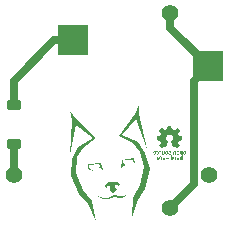
<source format=gbr>
%TF.GenerationSoftware,KiCad,Pcbnew,9.0.5*%
%TF.CreationDate,2025-10-08T11:55:14+08:00*%
%TF.ProjectId,snowshoe-choc,736e6f77-7368-46f6-952d-63686f632e6b,rev?*%
%TF.SameCoordinates,Original*%
%TF.FileFunction,Copper,L2,Bot*%
%TF.FilePolarity,Positive*%
%FSLAX46Y46*%
G04 Gerber Fmt 4.6, Leading zero omitted, Abs format (unit mm)*
G04 Created by KiCad (PCBNEW 9.0.5) date 2025-10-08 11:55:14*
%MOMM*%
%LPD*%
G01*
G04 APERTURE LIST*
G04 Aperture macros list*
%AMRoundRect*
0 Rectangle with rounded corners*
0 $1 Rounding radius*
0 $2 $3 $4 $5 $6 $7 $8 $9 X,Y pos of 4 corners*
0 Add a 4 corners polygon primitive as box body*
4,1,4,$2,$3,$4,$5,$6,$7,$8,$9,$2,$3,0*
0 Add four circle primitives for the rounded corners*
1,1,$1+$1,$2,$3*
1,1,$1+$1,$4,$5*
1,1,$1+$1,$6,$7*
1,1,$1+$1,$8,$9*
0 Add four rect primitives between the rounded corners*
20,1,$1+$1,$2,$3,$4,$5,0*
20,1,$1+$1,$4,$5,$6,$7,0*
20,1,$1+$1,$6,$7,$8,$9,0*
20,1,$1+$1,$8,$9,$2,$3,0*%
G04 Aperture macros list end*
%TA.AperFunction,NonConductor*%
%ADD10C,0.000000*%
%TD*%
%TA.AperFunction,ComponentPad*%
%ADD11C,1.400000*%
%TD*%
%TA.AperFunction,SMDPad,CuDef*%
%ADD12R,2.500000X2.600000*%
%TD*%
%TA.AperFunction,SMDPad,CuDef*%
%ADD13RoundRect,0.225000X0.375000X-0.225000X0.375000X0.225000X-0.375000X0.225000X-0.375000X-0.225000X0*%
%TD*%
%TA.AperFunction,Conductor*%
%ADD14C,0.700000*%
%TD*%
G04 APERTURE END LIST*
D10*
%TA.AperFunction,NonConductor*%
G36*
X110282488Y-69066603D02*
G01*
X110281752Y-69086656D01*
X110281169Y-69095296D01*
X110280428Y-69103114D01*
X110279520Y-69110188D01*
X110278434Y-69116596D01*
X110277161Y-69122414D01*
X110275691Y-69127721D01*
X110274013Y-69132593D01*
X110272117Y-69137108D01*
X110269994Y-69141343D01*
X110267633Y-69145375D01*
X110265024Y-69149283D01*
X110262157Y-69153143D01*
X110258947Y-69157144D01*
X110255521Y-69160996D01*
X110251878Y-69164684D01*
X110248018Y-69168193D01*
X110243940Y-69171507D01*
X110239644Y-69174613D01*
X110235128Y-69177494D01*
X110230393Y-69180136D01*
X110225436Y-69182523D01*
X110222874Y-69183616D01*
X110220257Y-69184641D01*
X110217585Y-69185594D01*
X110214856Y-69186474D01*
X110212072Y-69187279D01*
X110209232Y-69188008D01*
X110206336Y-69188658D01*
X110203384Y-69189227D01*
X110200376Y-69189714D01*
X110197312Y-69190117D01*
X110194191Y-69190433D01*
X110191013Y-69190661D01*
X110187780Y-69190800D01*
X110184489Y-69190846D01*
X110178951Y-69190687D01*
X110173489Y-69190217D01*
X110168111Y-69189447D01*
X110162826Y-69188389D01*
X110157642Y-69187052D01*
X110152567Y-69185449D01*
X110147609Y-69183589D01*
X110142777Y-69181485D01*
X110138080Y-69179147D01*
X110133524Y-69176585D01*
X110129119Y-69173812D01*
X110124872Y-69170838D01*
X110120793Y-69167674D01*
X110116888Y-69164331D01*
X110113167Y-69160820D01*
X110109638Y-69157152D01*
X110109638Y-69187433D01*
X110109638Y-69187473D01*
X110051377Y-69187473D01*
X110051377Y-69042415D01*
X110109599Y-69042415D01*
X110109828Y-69058267D01*
X110110220Y-69066229D01*
X110110894Y-69074107D01*
X110111918Y-69081821D01*
X110113366Y-69089288D01*
X110115308Y-69096429D01*
X110117814Y-69103162D01*
X110119302Y-69106350D01*
X110120957Y-69109406D01*
X110122789Y-69112319D01*
X110124807Y-69115080D01*
X110127020Y-69117678D01*
X110129436Y-69120103D01*
X110132065Y-69122346D01*
X110134914Y-69124395D01*
X110137995Y-69126241D01*
X110141314Y-69127874D01*
X110144881Y-69129283D01*
X110148705Y-69130459D01*
X110152795Y-69131391D01*
X110157160Y-69132070D01*
X110161808Y-69132484D01*
X110166749Y-69132624D01*
X110171691Y-69132494D01*
X110176344Y-69132107D01*
X110180716Y-69131472D01*
X110184816Y-69130597D01*
X110188653Y-69129492D01*
X110192235Y-69128163D01*
X110195571Y-69126619D01*
X110198670Y-69124869D01*
X110201540Y-69122921D01*
X110204190Y-69120783D01*
X110206630Y-69118463D01*
X110208866Y-69115969D01*
X110210909Y-69113311D01*
X110212767Y-69110495D01*
X110214448Y-69107531D01*
X110215961Y-69104427D01*
X110217316Y-69101190D01*
X110218520Y-69097830D01*
X110219582Y-69094354D01*
X110220511Y-69090771D01*
X110221316Y-69087088D01*
X110222006Y-69083315D01*
X110223073Y-69075530D01*
X110223782Y-69067482D01*
X110224202Y-69059236D01*
X110224403Y-69050858D01*
X110224454Y-69042415D01*
X110224225Y-69025615D01*
X110223829Y-69017392D01*
X110223151Y-69009374D01*
X110222118Y-69001625D01*
X110220658Y-68994210D01*
X110218699Y-68987194D01*
X110217510Y-68983856D01*
X110216170Y-68980642D01*
X110214668Y-68977559D01*
X110212997Y-68974617D01*
X110211148Y-68971824D01*
X110209110Y-68969186D01*
X110206876Y-68966713D01*
X110204437Y-68964413D01*
X110201782Y-68962293D01*
X110198904Y-68960362D01*
X110195794Y-68958628D01*
X110192441Y-68957099D01*
X110188838Y-68955783D01*
X110184976Y-68954688D01*
X110180844Y-68953823D01*
X110176435Y-68953194D01*
X110171740Y-68952811D01*
X110166749Y-68952682D01*
X110161808Y-68952821D01*
X110157160Y-68953231D01*
X110152795Y-68953903D01*
X110148705Y-68954827D01*
X110144881Y-68955992D01*
X110141314Y-68957388D01*
X110137995Y-68959007D01*
X110134914Y-68960837D01*
X110132065Y-68962869D01*
X110129436Y-68965092D01*
X110127020Y-68967498D01*
X110124807Y-68970076D01*
X110122789Y-68972815D01*
X110120957Y-68975707D01*
X110119302Y-68978741D01*
X110117814Y-68981906D01*
X110116486Y-68985195D01*
X110115308Y-68988595D01*
X110114271Y-68992098D01*
X110113366Y-68995693D01*
X110112585Y-68999370D01*
X110111918Y-69003120D01*
X110110894Y-69010797D01*
X110110220Y-69018645D01*
X110109828Y-69026584D01*
X110109644Y-69034533D01*
X110109599Y-69042415D01*
X110051377Y-69042415D01*
X110051377Y-68780716D01*
X110109638Y-68780716D01*
X110109638Y-68928671D01*
X110113730Y-68924898D01*
X110117868Y-68921295D01*
X110122060Y-68917872D01*
X110126312Y-68914640D01*
X110130631Y-68911608D01*
X110135024Y-68908787D01*
X110139497Y-68906186D01*
X110144057Y-68903816D01*
X110148712Y-68901688D01*
X110153467Y-68899810D01*
X110158329Y-68898193D01*
X110163306Y-68896848D01*
X110168403Y-68895783D01*
X110173629Y-68895011D01*
X110178988Y-68894540D01*
X110184489Y-68894381D01*
X110191013Y-68894565D01*
X110197312Y-68895109D01*
X110203384Y-68895996D01*
X110209232Y-68897213D01*
X110214856Y-68898745D01*
X110220257Y-68900576D01*
X110225436Y-68902691D01*
X110230393Y-68905076D01*
X110235128Y-68907717D01*
X110239644Y-68910597D01*
X110243940Y-68913702D01*
X110248018Y-68917017D01*
X110251878Y-68920528D01*
X110255521Y-68924219D01*
X110258947Y-68928076D01*
X110262157Y-68932084D01*
X110265024Y-68935924D01*
X110267633Y-68939805D01*
X110269994Y-68943803D01*
X110272117Y-68947999D01*
X110273093Y-68950195D01*
X110274013Y-68952470D01*
X110274878Y-68954834D01*
X110275691Y-68957295D01*
X110276451Y-68959865D01*
X110277161Y-68962554D01*
X110278434Y-68968323D01*
X110279520Y-68974683D01*
X110280428Y-68981712D01*
X110281169Y-68989488D01*
X110281752Y-68998091D01*
X110282189Y-69007598D01*
X110282488Y-69018089D01*
X110282660Y-69029642D01*
X110282715Y-69042336D01*
X110282715Y-69042415D01*
X110282488Y-69066603D01*
G37*
%TD.AperFunction*%
%TA.AperFunction,NonConductor*%
G36*
X109819891Y-68596272D02*
G01*
X109819562Y-68606754D01*
X109819006Y-68616442D01*
X109818219Y-68625394D01*
X109817193Y-68633666D01*
X109815924Y-68641317D01*
X109814406Y-68648405D01*
X109812632Y-68654986D01*
X109810598Y-68661119D01*
X109808296Y-68666861D01*
X109805723Y-68672270D01*
X109802871Y-68677404D01*
X109799735Y-68682321D01*
X109796310Y-68687077D01*
X109792589Y-68691731D01*
X109788567Y-68696340D01*
X109785439Y-68699674D01*
X109782046Y-68703017D01*
X109778378Y-68706338D01*
X109774423Y-68709606D01*
X109770170Y-68712790D01*
X109765609Y-68715860D01*
X109760728Y-68718784D01*
X109755517Y-68721532D01*
X109752784Y-68722830D01*
X109749964Y-68724072D01*
X109747056Y-68725255D01*
X109744059Y-68726374D01*
X109740971Y-68727426D01*
X109737791Y-68728407D01*
X109734517Y-68729312D01*
X109731149Y-68730139D01*
X109727684Y-68730883D01*
X109724121Y-68731540D01*
X109720460Y-68732107D01*
X109716698Y-68732579D01*
X109712834Y-68732954D01*
X109708867Y-68733226D01*
X109704796Y-68733392D01*
X109700619Y-68733448D01*
X109692370Y-68733226D01*
X109684539Y-68732579D01*
X109677113Y-68731540D01*
X109670083Y-68730139D01*
X109663438Y-68728407D01*
X109657166Y-68726374D01*
X109651258Y-68724072D01*
X109645701Y-68721532D01*
X109640486Y-68718784D01*
X109635602Y-68715860D01*
X109631037Y-68712790D01*
X109626782Y-68709606D01*
X109622824Y-68706338D01*
X109619154Y-68703017D01*
X109615760Y-68699674D01*
X109612632Y-68696340D01*
X109608610Y-68691731D01*
X109604891Y-68687077D01*
X109601467Y-68682321D01*
X109598334Y-68677404D01*
X109595485Y-68672270D01*
X109592915Y-68666861D01*
X109590617Y-68661119D01*
X109588586Y-68654986D01*
X109586816Y-68648405D01*
X109585301Y-68641317D01*
X109584036Y-68633666D01*
X109583013Y-68625394D01*
X109582228Y-68616442D01*
X109581675Y-68606754D01*
X109581347Y-68596272D01*
X109581244Y-68585493D01*
X109639500Y-68585493D01*
X109639668Y-68599780D01*
X109639887Y-68605984D01*
X109640204Y-68611628D01*
X109640624Y-68616763D01*
X109641154Y-68621439D01*
X109641799Y-68625706D01*
X109642566Y-68629615D01*
X109643461Y-68633217D01*
X109644488Y-68636560D01*
X109645655Y-68639697D01*
X109646968Y-68642676D01*
X109648431Y-68645549D01*
X109650052Y-68648366D01*
X109651835Y-68651178D01*
X109653788Y-68654033D01*
X109654620Y-68655148D01*
X109655507Y-68656246D01*
X109657441Y-68658383D01*
X109659579Y-68660436D01*
X109661909Y-68662395D01*
X109664419Y-68664250D01*
X109667099Y-68665993D01*
X109669935Y-68667615D01*
X109672917Y-68669105D01*
X109676033Y-68670454D01*
X109679272Y-68671654D01*
X109682621Y-68672695D01*
X109686069Y-68673567D01*
X109689604Y-68674262D01*
X109693216Y-68674769D01*
X109696891Y-68675081D01*
X109700619Y-68675187D01*
X109704347Y-68675081D01*
X109708023Y-68674771D01*
X109711634Y-68674265D01*
X109715169Y-68673573D01*
X109718616Y-68672703D01*
X109721964Y-68671664D01*
X109725202Y-68670467D01*
X109728316Y-68669120D01*
X109731296Y-68667631D01*
X109734130Y-68666011D01*
X109736806Y-68664268D01*
X109739313Y-68662412D01*
X109741638Y-68660451D01*
X109743771Y-68658395D01*
X109745699Y-68656253D01*
X109747411Y-68654033D01*
X109749363Y-68651177D01*
X109751147Y-68648365D01*
X109752767Y-68645546D01*
X109754231Y-68642668D01*
X109755543Y-68639680D01*
X109756710Y-68636531D01*
X109757738Y-68633170D01*
X109758632Y-68629546D01*
X109759399Y-68625607D01*
X109760045Y-68621303D01*
X109760575Y-68616583D01*
X109760995Y-68611394D01*
X109761311Y-68605686D01*
X109761530Y-68599408D01*
X109761657Y-68592509D01*
X109761698Y-68584937D01*
X109761529Y-68570489D01*
X109761308Y-68564236D01*
X109760989Y-68558562D01*
X109760567Y-68553413D01*
X109760034Y-68548737D01*
X109759386Y-68544480D01*
X109758617Y-68540592D01*
X109757721Y-68537018D01*
X109756693Y-68533706D01*
X109755525Y-68530604D01*
X109754214Y-68527659D01*
X109752753Y-68524818D01*
X109751135Y-68522030D01*
X109749357Y-68519240D01*
X109747411Y-68516397D01*
X109746582Y-68515282D01*
X109745698Y-68514184D01*
X109743769Y-68512047D01*
X109741635Y-68509994D01*
X109739307Y-68508035D01*
X109736798Y-68506180D01*
X109734119Y-68504437D01*
X109731283Y-68502816D01*
X109728301Y-68501326D01*
X109725185Y-68499976D01*
X109721947Y-68498776D01*
X109718599Y-68497736D01*
X109715152Y-68496863D01*
X109711619Y-68496169D01*
X109708011Y-68495661D01*
X109704341Y-68495349D01*
X109700619Y-68495243D01*
X109696898Y-68495349D01*
X109693227Y-68495659D01*
X109689619Y-68496165D01*
X109686085Y-68496858D01*
X109682638Y-68497728D01*
X109679289Y-68498766D01*
X109676050Y-68499963D01*
X109672932Y-68501311D01*
X109669948Y-68502799D01*
X109667109Y-68504419D01*
X109664427Y-68506162D01*
X109661914Y-68508019D01*
X109659582Y-68509979D01*
X109657443Y-68512035D01*
X109655507Y-68514178D01*
X109653788Y-68516397D01*
X109651835Y-68519246D01*
X109650052Y-68522053D01*
X109648431Y-68524870D01*
X109646968Y-68527746D01*
X109645656Y-68530733D01*
X109644488Y-68533882D01*
X109643461Y-68537244D01*
X109642566Y-68540869D01*
X109641799Y-68544810D01*
X109641154Y-68549116D01*
X109640624Y-68553840D01*
X109640204Y-68559031D01*
X109639887Y-68564740D01*
X109639668Y-68571020D01*
X109639541Y-68577921D01*
X109639500Y-68585493D01*
X109581244Y-68585493D01*
X109581239Y-68584937D01*
X109581347Y-68573609D01*
X109581675Y-68563144D01*
X109582228Y-68553484D01*
X109583013Y-68544568D01*
X109584036Y-68536339D01*
X109585301Y-68528735D01*
X109586816Y-68521699D01*
X109588586Y-68515172D01*
X109590617Y-68509093D01*
X109592915Y-68503403D01*
X109595485Y-68498044D01*
X109598334Y-68492956D01*
X109601467Y-68488080D01*
X109604891Y-68483356D01*
X109608610Y-68478726D01*
X109612632Y-68474130D01*
X109615760Y-68470796D01*
X109619152Y-68467452D01*
X109622821Y-68464129D01*
X109626776Y-68460858D01*
X109631029Y-68457671D01*
X109635592Y-68454598D01*
X109640474Y-68451670D01*
X109645687Y-68448918D01*
X109648421Y-68447619D01*
X109651241Y-68446375D01*
X109654150Y-68445190D01*
X109657149Y-68444069D01*
X109660238Y-68443015D01*
X109663420Y-68442033D01*
X109666696Y-68441126D01*
X109670066Y-68440298D01*
X109673534Y-68439552D01*
X109677098Y-68438894D01*
X109680763Y-68438326D01*
X109684527Y-68437853D01*
X109688394Y-68437478D01*
X109692364Y-68437205D01*
X109696438Y-68437039D01*
X109700619Y-68436983D01*
X109708874Y-68437205D01*
X109716709Y-68437853D01*
X109724136Y-68438894D01*
X109731165Y-68440298D01*
X109737809Y-68442033D01*
X109744077Y-68444069D01*
X109749981Y-68446375D01*
X109755532Y-68448919D01*
X109760741Y-68451670D01*
X109765619Y-68454598D01*
X109770178Y-68457671D01*
X109774429Y-68460858D01*
X109778381Y-68464129D01*
X109782048Y-68467452D01*
X109785439Y-68470796D01*
X109788567Y-68474130D01*
X109792589Y-68478739D01*
X109796310Y-68483390D01*
X109799735Y-68488142D01*
X109802871Y-68493051D01*
X109805723Y-68498174D01*
X109808296Y-68503567D01*
X109810598Y-68509289D01*
X109812632Y-68515395D01*
X109814406Y-68521943D01*
X109815924Y-68528990D01*
X109817193Y-68536593D01*
X109818219Y-68544808D01*
X109819006Y-68553694D01*
X109819562Y-68563305D01*
X109819891Y-68573701D01*
X109819999Y-68584937D01*
X109819891Y-68596272D01*
G37*
%TD.AperFunction*%
%TA.AperFunction,NonConductor*%
G36*
X110084891Y-66271529D02*
G01*
X110085503Y-66271574D01*
X110086111Y-66271649D01*
X110086716Y-66271753D01*
X110087317Y-66271884D01*
X110087911Y-66272043D01*
X110088500Y-66272228D01*
X110089081Y-66272439D01*
X110090217Y-66272935D01*
X110091312Y-66273525D01*
X110092359Y-66274202D01*
X110093351Y-66274961D01*
X110094281Y-66275796D01*
X110095140Y-66276701D01*
X110095921Y-66277670D01*
X110096280Y-66278176D01*
X110096618Y-66278696D01*
X110096932Y-66279229D01*
X110097222Y-66279775D01*
X110097487Y-66280331D01*
X110097726Y-66280899D01*
X110097939Y-66281476D01*
X110098124Y-66282063D01*
X110098280Y-66282658D01*
X110098407Y-66283261D01*
X110149445Y-66557501D01*
X110149731Y-66558719D01*
X110150124Y-66559941D01*
X110150617Y-66561159D01*
X110151202Y-66562365D01*
X110151874Y-66563551D01*
X110152625Y-66564710D01*
X110153448Y-66565833D01*
X110154336Y-66566912D01*
X110155283Y-66567940D01*
X110156282Y-66568908D01*
X110157326Y-66569809D01*
X110158408Y-66570634D01*
X110159521Y-66571375D01*
X110160658Y-66572025D01*
X110161813Y-66572576D01*
X110162978Y-66573019D01*
X110346811Y-66648267D01*
X110347957Y-66648768D01*
X110349172Y-66649187D01*
X110350445Y-66649523D01*
X110351765Y-66649779D01*
X110353121Y-66649953D01*
X110354503Y-66650049D01*
X110355901Y-66650065D01*
X110357303Y-66650003D01*
X110358699Y-66649864D01*
X110360078Y-66649649D01*
X110361431Y-66649358D01*
X110362745Y-66648992D01*
X110364010Y-66648553D01*
X110365216Y-66648040D01*
X110366353Y-66647455D01*
X110367409Y-66646798D01*
X110596524Y-66489556D01*
X110597042Y-66489220D01*
X110597575Y-66488909D01*
X110598123Y-66488625D01*
X110598683Y-66488367D01*
X110599255Y-66488134D01*
X110599838Y-66487927D01*
X110601030Y-66487591D01*
X110602251Y-66487356D01*
X110603491Y-66487222D01*
X110604740Y-66487189D01*
X110605990Y-66487255D01*
X110607230Y-66487419D01*
X110608452Y-66487681D01*
X110609645Y-66488041D01*
X110610801Y-66488496D01*
X110611910Y-66489047D01*
X110612443Y-66489358D01*
X110612962Y-66489692D01*
X110613464Y-66490050D01*
X110613949Y-66490431D01*
X110614414Y-66490835D01*
X110614860Y-66491263D01*
X110807821Y-66684224D01*
X110808245Y-66684669D01*
X110808646Y-66685135D01*
X110809025Y-66685619D01*
X110809380Y-66686122D01*
X110809713Y-66686640D01*
X110810022Y-66687174D01*
X110810308Y-66687722D01*
X110810571Y-66688283D01*
X110810810Y-66688856D01*
X110811025Y-66689439D01*
X110811385Y-66690632D01*
X110811648Y-66691854D01*
X110811814Y-66693094D01*
X110811882Y-66694343D01*
X110811851Y-66695593D01*
X110811720Y-66696833D01*
X110811616Y-66697446D01*
X110811487Y-66698053D01*
X110811333Y-66698654D01*
X110811153Y-66699246D01*
X110810947Y-66699829D01*
X110810715Y-66700401D01*
X110810458Y-66700961D01*
X110810174Y-66701508D01*
X110809864Y-66702041D01*
X110809527Y-66702559D01*
X110655024Y-66927746D01*
X110654368Y-66928808D01*
X110653786Y-66929948D01*
X110653277Y-66931155D01*
X110652844Y-66932420D01*
X110652486Y-66933731D01*
X110652205Y-66935079D01*
X110652000Y-66936453D01*
X110651873Y-66937842D01*
X110651825Y-66939236D01*
X110651857Y-66940625D01*
X110651968Y-66941998D01*
X110652161Y-66943345D01*
X110652435Y-66944656D01*
X110652791Y-66945920D01*
X110653230Y-66947126D01*
X110653754Y-66948265D01*
X110735034Y-67137891D01*
X110735249Y-67138475D01*
X110735492Y-67139057D01*
X110735762Y-67139636D01*
X110736057Y-67140211D01*
X110736722Y-67141348D01*
X110737478Y-67142461D01*
X110738316Y-67143542D01*
X110739230Y-67144585D01*
X110740210Y-67145583D01*
X110741250Y-67146528D01*
X110742340Y-67147415D01*
X110743472Y-67148235D01*
X110744639Y-67148983D01*
X110745833Y-67149651D01*
X110747045Y-67150232D01*
X110748267Y-67150719D01*
X110748880Y-67150925D01*
X110749492Y-67151106D01*
X110750102Y-67151259D01*
X110750710Y-67151385D01*
X111015862Y-67200677D01*
X111016465Y-67200807D01*
X111017060Y-67200966D01*
X111017647Y-67201154D01*
X111018224Y-67201369D01*
X111018792Y-67201610D01*
X111019349Y-67201877D01*
X111019894Y-67202168D01*
X111020427Y-67202483D01*
X111020947Y-67202821D01*
X111021454Y-67203181D01*
X111021945Y-67203562D01*
X111022422Y-67203964D01*
X111022883Y-67204384D01*
X111023327Y-67204823D01*
X111023754Y-67205279D01*
X111024162Y-67205752D01*
X111024551Y-67206241D01*
X111024921Y-67206744D01*
X111025270Y-67207261D01*
X111025599Y-67207792D01*
X111025905Y-67208334D01*
X111026188Y-67208888D01*
X111026448Y-67209452D01*
X111026684Y-67210025D01*
X111026895Y-67210607D01*
X111027080Y-67211197D01*
X111027239Y-67211793D01*
X111027370Y-67212396D01*
X111027474Y-67213003D01*
X111027549Y-67213614D01*
X111027595Y-67214229D01*
X111027610Y-67214845D01*
X111027610Y-67487737D01*
X111027594Y-67488354D01*
X111027549Y-67488968D01*
X111027473Y-67489580D01*
X111027369Y-67490188D01*
X111027236Y-67490791D01*
X111027076Y-67491389D01*
X111026890Y-67491979D01*
X111026678Y-67492562D01*
X111026441Y-67493137D01*
X111026179Y-67493702D01*
X111025586Y-67494801D01*
X111024905Y-67495851D01*
X111024142Y-67496845D01*
X111023303Y-67497776D01*
X111022395Y-67498636D01*
X111021423Y-67499418D01*
X111020915Y-67499778D01*
X111020394Y-67500115D01*
X111019859Y-67500430D01*
X111019313Y-67500720D01*
X111018755Y-67500985D01*
X111018186Y-67501225D01*
X111017608Y-67501437D01*
X111017021Y-67501622D01*
X111016426Y-67501778D01*
X111015823Y-67501905D01*
X110757179Y-67550046D01*
X110756572Y-67550172D01*
X110755963Y-67550326D01*
X110754743Y-67550716D01*
X110753530Y-67551207D01*
X110752329Y-67551794D01*
X110751150Y-67552468D01*
X110750000Y-67553223D01*
X110748887Y-67554052D01*
X110747818Y-67554948D01*
X110746802Y-67555903D01*
X110745846Y-67556910D01*
X110744959Y-67557963D01*
X110744148Y-67559054D01*
X110743420Y-67560176D01*
X110742785Y-67561323D01*
X110742249Y-67562486D01*
X110741820Y-67563659D01*
X110661056Y-67765351D01*
X110660555Y-67766497D01*
X110660136Y-67767711D01*
X110659800Y-67768982D01*
X110659546Y-67770299D01*
X110659372Y-67771653D01*
X110659279Y-67773033D01*
X110659265Y-67774428D01*
X110659330Y-67775828D01*
X110659473Y-67777223D01*
X110659693Y-67778601D01*
X110659991Y-67779953D01*
X110660364Y-67781268D01*
X110660813Y-67782535D01*
X110661336Y-67783745D01*
X110661933Y-67784886D01*
X110662604Y-67785949D01*
X110809527Y-68000023D01*
X110809860Y-68000541D01*
X110810167Y-68001074D01*
X110810448Y-68001621D01*
X110810704Y-68002181D01*
X110810934Y-68002754D01*
X110811138Y-68003336D01*
X110811471Y-68004529D01*
X110811702Y-68005750D01*
X110811833Y-68006990D01*
X110811866Y-68008239D01*
X110811799Y-68009488D01*
X110811635Y-68010729D01*
X110811374Y-68011950D01*
X110811017Y-68013144D01*
X110810565Y-68014299D01*
X110810019Y-68015408D01*
X110809710Y-68015942D01*
X110809378Y-68016461D01*
X110809023Y-68016963D01*
X110808645Y-68017447D01*
X110808244Y-68017913D01*
X110807821Y-68018359D01*
X110614820Y-68211319D01*
X110614375Y-68211743D01*
X110613909Y-68212144D01*
X110613424Y-68212522D01*
X110612922Y-68212877D01*
X110612404Y-68213209D01*
X110611870Y-68213517D01*
X110611322Y-68213802D01*
X110610761Y-68214064D01*
X110610188Y-68214302D01*
X110609605Y-68214516D01*
X110608412Y-68214873D01*
X110607190Y-68215134D01*
X110605950Y-68215298D01*
X110604701Y-68215364D01*
X110603451Y-68215332D01*
X110602211Y-68215201D01*
X110600990Y-68214969D01*
X110600390Y-68214816D01*
X110599798Y-68214637D01*
X110599215Y-68214432D01*
X110598643Y-68214203D01*
X110598083Y-68213947D01*
X110597536Y-68213666D01*
X110597002Y-68213359D01*
X110596485Y-68213026D01*
X110386181Y-68068682D01*
X110385120Y-68068030D01*
X110383986Y-68067457D01*
X110382787Y-68066964D01*
X110381535Y-68066551D01*
X110380238Y-68066219D01*
X110378908Y-68065968D01*
X110377555Y-68065798D01*
X110376189Y-68065711D01*
X110374820Y-68065705D01*
X110373459Y-68065783D01*
X110372115Y-68065943D01*
X110370799Y-68066188D01*
X110369521Y-68066516D01*
X110368292Y-68066928D01*
X110367121Y-68067425D01*
X110366019Y-68068008D01*
X110273270Y-68117538D01*
X110272716Y-68117804D01*
X110272158Y-68118039D01*
X110271596Y-68118241D01*
X110271031Y-68118412D01*
X110270464Y-68118552D01*
X110269896Y-68118662D01*
X110269329Y-68118741D01*
X110268762Y-68118790D01*
X110268197Y-68118809D01*
X110267636Y-68118799D01*
X110267078Y-68118761D01*
X110266526Y-68118694D01*
X110265979Y-68118598D01*
X110265439Y-68118475D01*
X110264907Y-68118325D01*
X110264385Y-68118148D01*
X110263872Y-68117944D01*
X110263369Y-68117714D01*
X110262879Y-68117458D01*
X110262402Y-68117176D01*
X110261938Y-68116869D01*
X110261489Y-68116538D01*
X110261056Y-68116182D01*
X110260640Y-68115802D01*
X110260241Y-68115398D01*
X110259861Y-68114971D01*
X110259501Y-68114522D01*
X110259161Y-68114049D01*
X110258844Y-68113555D01*
X110258548Y-68113038D01*
X110258277Y-68112500D01*
X110258030Y-68111942D01*
X110066815Y-67649860D01*
X110066592Y-67649286D01*
X110066398Y-67648703D01*
X110066233Y-67648112D01*
X110066097Y-67647515D01*
X110065989Y-67646912D01*
X110065909Y-67646305D01*
X110065831Y-67645081D01*
X110065861Y-67643853D01*
X110065994Y-67642629D01*
X110066229Y-67641419D01*
X110066562Y-67640231D01*
X110066991Y-67639074D01*
X110067512Y-67637957D01*
X110068122Y-67636890D01*
X110068819Y-67635880D01*
X110069599Y-67634936D01*
X110070020Y-67634493D01*
X110070460Y-67634069D01*
X110070920Y-67633666D01*
X110071398Y-67633286D01*
X110071896Y-67632929D01*
X110072411Y-67632596D01*
X110095629Y-67618388D01*
X110097303Y-67617323D01*
X110099089Y-67616108D01*
X110100955Y-67614771D01*
X110102866Y-67613338D01*
X110104791Y-67611833D01*
X110106696Y-67610284D01*
X110108547Y-67608717D01*
X110110313Y-67607156D01*
X110125677Y-67596639D01*
X110140340Y-67585220D01*
X110154261Y-67572939D01*
X110167401Y-67559837D01*
X110179720Y-67545951D01*
X110191177Y-67531324D01*
X110201733Y-67515993D01*
X110211347Y-67500000D01*
X110219981Y-67483384D01*
X110223917Y-67474854D01*
X110227593Y-67466184D01*
X110231003Y-67457377D01*
X110234143Y-67448440D01*
X110237008Y-67439377D01*
X110239592Y-67430192D01*
X110241892Y-67420892D01*
X110243900Y-67411481D01*
X110245614Y-67401963D01*
X110247027Y-67392344D01*
X110248135Y-67382630D01*
X110248932Y-67372824D01*
X110249415Y-67362932D01*
X110249576Y-67352958D01*
X110249184Y-67337427D01*
X110248018Y-67322100D01*
X110246099Y-67306996D01*
X110243444Y-67292133D01*
X110240074Y-67277532D01*
X110236007Y-67263211D01*
X110231262Y-67249188D01*
X110225858Y-67235483D01*
X110219813Y-67222115D01*
X110213148Y-67209103D01*
X110205881Y-67196465D01*
X110198030Y-67184220D01*
X110189616Y-67172389D01*
X110180656Y-67160989D01*
X110171170Y-67150039D01*
X110161177Y-67139558D01*
X110150696Y-67129566D01*
X110139746Y-67120082D01*
X110128345Y-67111123D01*
X110116513Y-67102710D01*
X110104268Y-67094861D01*
X110091631Y-67087595D01*
X110078618Y-67080931D01*
X110065251Y-67074888D01*
X110051547Y-67069485D01*
X110037525Y-67064740D01*
X110023205Y-67060674D01*
X110008606Y-67057305D01*
X109993746Y-67054651D01*
X109978644Y-67052732D01*
X109963320Y-67051567D01*
X109947793Y-67051174D01*
X109932265Y-67051567D01*
X109916941Y-67052733D01*
X109901839Y-67054652D01*
X109886979Y-67057306D01*
X109872380Y-67060677D01*
X109858060Y-67064744D01*
X109844038Y-67069489D01*
X109830334Y-67074893D01*
X109816967Y-67080937D01*
X109803955Y-67087603D01*
X109791317Y-67094870D01*
X109779072Y-67102720D01*
X109767240Y-67111135D01*
X109755839Y-67120094D01*
X109744889Y-67129580D01*
X109734408Y-67139573D01*
X109724415Y-67150055D01*
X109714929Y-67161005D01*
X109705969Y-67172406D01*
X109697555Y-67184238D01*
X109689704Y-67196482D01*
X109682437Y-67209120D01*
X109675772Y-67222132D01*
X109669728Y-67235500D01*
X109664323Y-67249204D01*
X109659578Y-67263225D01*
X109655511Y-67277545D01*
X109652141Y-67292145D01*
X109649487Y-67307005D01*
X109647567Y-67322106D01*
X109646402Y-67337430D01*
X109646009Y-67352958D01*
X109646653Y-67372824D01*
X109648558Y-67392346D01*
X109651685Y-67411484D01*
X109655993Y-67430198D01*
X109661442Y-67448448D01*
X109667993Y-67466194D01*
X109675604Y-67483397D01*
X109684238Y-67500015D01*
X109693852Y-67516010D01*
X109704408Y-67531341D01*
X109715866Y-67545969D01*
X109728184Y-67559853D01*
X109741324Y-67572954D01*
X109755245Y-67585232D01*
X109769908Y-67596646D01*
X109785272Y-67607156D01*
X109787025Y-67608717D01*
X109788866Y-67610284D01*
X109790764Y-67611833D01*
X109792684Y-67613338D01*
X109794593Y-67614772D01*
X109796457Y-67616108D01*
X109798243Y-67617323D01*
X109799917Y-67618388D01*
X109823134Y-67632596D01*
X109823650Y-67632932D01*
X109824147Y-67633292D01*
X109824626Y-67633675D01*
X109825085Y-67634080D01*
X109825526Y-67634506D01*
X109825946Y-67634951D01*
X109826347Y-67635415D01*
X109826726Y-67635896D01*
X109827085Y-67636394D01*
X109827423Y-67636907D01*
X109827739Y-67637434D01*
X109828034Y-67637975D01*
X109828305Y-67638527D01*
X109828555Y-67639091D01*
X109828781Y-67639664D01*
X109828983Y-67640246D01*
X109829162Y-67640836D01*
X109829316Y-67641432D01*
X109829446Y-67642034D01*
X109829551Y-67642640D01*
X109829631Y-67643249D01*
X109829685Y-67643861D01*
X109829713Y-67644474D01*
X109829714Y-67645087D01*
X109829689Y-67645698D01*
X109829636Y-67646308D01*
X109829556Y-67646914D01*
X109829448Y-67647517D01*
X109829312Y-67648113D01*
X109829147Y-67648704D01*
X109828953Y-67649286D01*
X109828730Y-67649860D01*
X109637516Y-68111942D01*
X109637269Y-68112500D01*
X109636997Y-68113038D01*
X109636702Y-68113555D01*
X109636384Y-68114049D01*
X109636044Y-68114522D01*
X109635684Y-68114971D01*
X109635304Y-68115398D01*
X109634906Y-68115802D01*
X109634489Y-68116182D01*
X109634056Y-68116538D01*
X109633607Y-68116869D01*
X109633144Y-68117176D01*
X109632666Y-68117458D01*
X109632176Y-68117714D01*
X109631674Y-68117944D01*
X109631161Y-68118148D01*
X109630638Y-68118325D01*
X109630106Y-68118475D01*
X109629566Y-68118598D01*
X109629020Y-68118694D01*
X109628467Y-68118761D01*
X109627910Y-68118799D01*
X109627348Y-68118809D01*
X109626783Y-68118790D01*
X109626217Y-68118741D01*
X109625649Y-68118662D01*
X109625081Y-68118552D01*
X109624514Y-68118412D01*
X109623949Y-68118241D01*
X109623387Y-68118039D01*
X109622829Y-68117804D01*
X109622276Y-68117538D01*
X109529526Y-68068008D01*
X109528424Y-68067432D01*
X109527253Y-68066939D01*
X109526024Y-68066530D01*
X109524746Y-68066204D01*
X109523430Y-68065961D01*
X109522087Y-68065800D01*
X109520725Y-68065722D01*
X109519356Y-68065726D01*
X109517990Y-68065811D01*
X109516637Y-68065978D01*
X109515307Y-68066227D01*
X109514011Y-68066557D01*
X109512758Y-68066967D01*
X109511559Y-68067459D01*
X109510425Y-68068030D01*
X109509365Y-68068682D01*
X109299061Y-68213026D01*
X109298543Y-68213359D01*
X109298010Y-68213666D01*
X109297463Y-68213947D01*
X109296902Y-68214203D01*
X109296330Y-68214432D01*
X109295748Y-68214637D01*
X109294556Y-68214969D01*
X109293335Y-68215201D01*
X109292096Y-68215332D01*
X109290848Y-68215364D01*
X109289600Y-68215298D01*
X109288362Y-68215134D01*
X109287143Y-68214873D01*
X109285953Y-68214516D01*
X109284801Y-68214064D01*
X109283697Y-68213517D01*
X109283166Y-68213209D01*
X109282650Y-68212877D01*
X109282151Y-68212522D01*
X109281669Y-68212144D01*
X109281207Y-68211743D01*
X109280765Y-68211319D01*
X109087765Y-68018359D01*
X109087340Y-68017913D01*
X109086939Y-68017447D01*
X109086561Y-68016962D01*
X109086205Y-68016459D01*
X109085872Y-68015940D01*
X109085563Y-68015405D01*
X109085277Y-68014856D01*
X109085014Y-68014294D01*
X109084775Y-68013720D01*
X109084560Y-68013135D01*
X109084200Y-68011940D01*
X109083937Y-68010716D01*
X109083771Y-68009474D01*
X109083703Y-68008222D01*
X109083734Y-68006972D01*
X109083865Y-68005732D01*
X109083969Y-68005119D01*
X109084098Y-68004512D01*
X109084252Y-68003912D01*
X109084432Y-68003321D01*
X109084638Y-68002740D01*
X109084870Y-68002170D01*
X109085127Y-68001612D01*
X109085411Y-68001067D01*
X109085721Y-68000537D01*
X109086058Y-68000023D01*
X109232981Y-67785949D01*
X109233638Y-67784886D01*
X109234224Y-67783745D01*
X109234739Y-67782535D01*
X109235181Y-67781268D01*
X109235550Y-67779953D01*
X109235844Y-67778601D01*
X109236063Y-67777223D01*
X109236206Y-67775828D01*
X109236271Y-67774428D01*
X109236258Y-67773033D01*
X109236167Y-67771653D01*
X109235995Y-67770299D01*
X109235742Y-67768982D01*
X109235408Y-67767711D01*
X109234990Y-67766497D01*
X109234489Y-67765351D01*
X109153725Y-67563659D01*
X109153525Y-67563072D01*
X109153297Y-67562486D01*
X109152763Y-67561323D01*
X109152129Y-67560176D01*
X109151404Y-67559054D01*
X109150595Y-67557963D01*
X109149710Y-67556910D01*
X109148757Y-67555903D01*
X109147743Y-67554948D01*
X109146676Y-67554052D01*
X109145563Y-67553223D01*
X109144413Y-67552468D01*
X109143233Y-67551794D01*
X109142031Y-67551207D01*
X109140814Y-67550716D01*
X109140202Y-67550508D01*
X109139590Y-67550326D01*
X109138977Y-67550172D01*
X109138366Y-67550046D01*
X108879723Y-67501905D01*
X108879120Y-67501778D01*
X108878525Y-67501622D01*
X108877938Y-67501437D01*
X108877361Y-67501225D01*
X108876793Y-67500985D01*
X108876237Y-67500720D01*
X108875691Y-67500430D01*
X108875158Y-67500116D01*
X108874638Y-67499778D01*
X108874132Y-67499418D01*
X108873640Y-67499037D01*
X108873163Y-67498636D01*
X108872702Y-67498215D01*
X108872258Y-67497776D01*
X108871832Y-67497319D01*
X108871423Y-67496845D01*
X108871034Y-67496355D01*
X108870664Y-67495851D01*
X108870315Y-67495332D01*
X108869987Y-67494801D01*
X108869681Y-67494257D01*
X108869397Y-67493702D01*
X108869137Y-67493137D01*
X108868901Y-67492562D01*
X108868690Y-67491979D01*
X108868505Y-67491389D01*
X108868346Y-67490791D01*
X108868215Y-67490188D01*
X108868111Y-67489580D01*
X108868036Y-67488968D01*
X108867991Y-67488354D01*
X108867975Y-67487737D01*
X108867975Y-67214845D01*
X108867987Y-67214229D01*
X108868029Y-67213614D01*
X108868101Y-67213003D01*
X108868202Y-67212396D01*
X108868331Y-67211793D01*
X108868487Y-67211197D01*
X108868670Y-67210607D01*
X108868878Y-67210025D01*
X108869112Y-67209452D01*
X108869370Y-67208888D01*
X108869957Y-67207792D01*
X108870631Y-67206744D01*
X108871388Y-67205752D01*
X108872222Y-67204823D01*
X108873125Y-67203964D01*
X108874093Y-67203181D01*
X108874599Y-67202821D01*
X108875119Y-67202483D01*
X108875652Y-67202168D01*
X108876197Y-67201877D01*
X108876754Y-67201610D01*
X108877321Y-67201369D01*
X108877899Y-67201154D01*
X108878485Y-67200966D01*
X108879080Y-67200807D01*
X108879683Y-67200677D01*
X108879882Y-67200677D01*
X109145034Y-67151385D01*
X109146252Y-67151106D01*
X109147477Y-67150719D01*
X109148699Y-67150232D01*
X109149911Y-67149651D01*
X109151105Y-67148983D01*
X109152272Y-67148235D01*
X109153404Y-67147415D01*
X109154494Y-67146528D01*
X109155534Y-67145583D01*
X109156514Y-67144585D01*
X109157428Y-67143542D01*
X109158266Y-67142461D01*
X109159022Y-67141348D01*
X109159687Y-67140211D01*
X109160252Y-67139057D01*
X109160711Y-67137891D01*
X109241990Y-66948265D01*
X109242514Y-66947126D01*
X109242955Y-66945921D01*
X109243313Y-66944659D01*
X109243588Y-66943351D01*
X109243783Y-66942006D01*
X109243896Y-66940635D01*
X109243928Y-66939249D01*
X109243880Y-66937857D01*
X109243753Y-66936469D01*
X109243547Y-66935096D01*
X109243263Y-66933749D01*
X109242900Y-66932437D01*
X109242460Y-66931170D01*
X109241943Y-66929959D01*
X109241350Y-66928815D01*
X109240681Y-66927746D01*
X109086177Y-66702559D01*
X109085844Y-66702042D01*
X109085537Y-66701509D01*
X109085255Y-66700962D01*
X109084999Y-66700402D01*
X109084768Y-66699831D01*
X109084563Y-66699249D01*
X109084228Y-66698059D01*
X109083994Y-66696841D01*
X109083860Y-66695603D01*
X109083826Y-66694356D01*
X109083890Y-66693109D01*
X109084053Y-66691870D01*
X109084313Y-66690650D01*
X109084669Y-66689456D01*
X109085122Y-66688300D01*
X109085671Y-66687189D01*
X109085981Y-66686653D01*
X109086314Y-66686133D01*
X109086672Y-66685629D01*
X109087052Y-66685142D01*
X109087456Y-66684673D01*
X109087884Y-66684224D01*
X109280844Y-66491263D01*
X109281290Y-66490839D01*
X109281756Y-66490438D01*
X109282240Y-66490059D01*
X109282742Y-66489703D01*
X109283261Y-66489371D01*
X109283795Y-66489062D01*
X109284342Y-66488775D01*
X109284903Y-66488513D01*
X109285475Y-66488274D01*
X109286058Y-66488058D01*
X109287251Y-66487699D01*
X109288471Y-66487436D01*
X109289710Y-66487269D01*
X109290957Y-66487201D01*
X109292204Y-66487233D01*
X109293440Y-66487364D01*
X109294052Y-66487467D01*
X109294657Y-66487596D01*
X109295256Y-66487751D01*
X109295845Y-66487931D01*
X109296425Y-66488137D01*
X109296995Y-66488368D01*
X109297552Y-66488626D01*
X109298096Y-66488910D01*
X109298626Y-66489220D01*
X109299140Y-66489556D01*
X109528256Y-66646798D01*
X109529319Y-66647462D01*
X109530461Y-66648053D01*
X109531673Y-66648571D01*
X109532942Y-66649015D01*
X109534260Y-66649384D01*
X109535614Y-66649677D01*
X109536995Y-66649893D01*
X109538391Y-66650033D01*
X109539793Y-66650094D01*
X109541189Y-66650076D01*
X109542569Y-66649979D01*
X109543922Y-66649801D01*
X109545238Y-66649541D01*
X109546505Y-66649200D01*
X109547714Y-66648775D01*
X109548854Y-66648267D01*
X109732647Y-66573019D01*
X109733230Y-66572812D01*
X109733812Y-66572576D01*
X109734392Y-66572314D01*
X109734968Y-66572025D01*
X109736107Y-66571375D01*
X109737223Y-66570634D01*
X109738307Y-66569809D01*
X109739353Y-66568908D01*
X109740354Y-66567940D01*
X109741304Y-66566912D01*
X109742194Y-66565833D01*
X109743018Y-66564710D01*
X109743769Y-66563551D01*
X109744440Y-66562365D01*
X109745023Y-66561159D01*
X109745512Y-66559941D01*
X109745720Y-66559330D01*
X109745900Y-66558719D01*
X109746054Y-66558109D01*
X109746180Y-66557501D01*
X109797218Y-66283261D01*
X109797345Y-66282658D01*
X109797501Y-66282063D01*
X109797686Y-66281476D01*
X109797899Y-66280899D01*
X109798138Y-66280331D01*
X109798403Y-66279775D01*
X109798693Y-66279229D01*
X109799007Y-66278696D01*
X109799344Y-66278176D01*
X109799704Y-66277670D01*
X109800084Y-66277178D01*
X109800485Y-66276701D01*
X109800906Y-66276240D01*
X109801344Y-66275796D01*
X109801801Y-66275370D01*
X109802273Y-66274961D01*
X109802762Y-66274572D01*
X109803265Y-66274202D01*
X109803783Y-66273853D01*
X109804313Y-66273525D01*
X109804855Y-66273218D01*
X109805408Y-66272935D01*
X109805972Y-66272675D01*
X109806544Y-66272439D01*
X109807125Y-66272228D01*
X109807714Y-66272043D01*
X109808308Y-66271884D01*
X109808909Y-66271753D01*
X109809514Y-66271649D01*
X109810122Y-66271574D01*
X109810734Y-66271529D01*
X109811347Y-66271513D01*
X110084278Y-66271513D01*
X110084891Y-66271529D01*
G37*
%TD.AperFunction*%
%TA.AperFunction,NonConductor*%
G36*
X107367972Y-65280583D02*
G01*
X108007887Y-68247396D01*
X107117939Y-65744844D01*
X105887934Y-67110607D01*
X107261941Y-67642325D01*
X107900051Y-68556824D01*
X108286624Y-69990706D01*
X107878749Y-71607163D01*
X107246837Y-72555842D01*
X106781975Y-74055377D01*
X106826806Y-72381030D01*
X107420626Y-71298819D01*
X107801603Y-69750000D01*
X107470693Y-68477391D01*
X106807911Y-67780669D01*
X105639708Y-67155015D01*
X107052889Y-65301103D01*
X107364422Y-64557865D01*
X107367972Y-65280583D01*
G37*
%TD.AperFunction*%
%TA.AperFunction,NonConductor*%
G36*
X109358433Y-68612917D02*
G01*
X109358505Y-68616563D01*
X109358717Y-68620111D01*
X109359067Y-68623560D01*
X109359553Y-68626908D01*
X109360169Y-68630154D01*
X109360915Y-68633298D01*
X109361787Y-68636338D01*
X109362781Y-68639273D01*
X109363895Y-68642101D01*
X109365125Y-68644823D01*
X109366470Y-68647435D01*
X109367925Y-68649938D01*
X109369487Y-68652331D01*
X109371154Y-68654611D01*
X109372923Y-68656778D01*
X109374790Y-68658831D01*
X109376752Y-68660768D01*
X109378807Y-68662589D01*
X109380951Y-68664292D01*
X109383182Y-68665876D01*
X109385496Y-68667340D01*
X109387890Y-68668682D01*
X109390362Y-68669903D01*
X109392907Y-68670999D01*
X109395524Y-68671971D01*
X109398210Y-68672818D01*
X109400960Y-68673537D01*
X109403773Y-68674128D01*
X109406644Y-68674589D01*
X109409572Y-68674921D01*
X109412553Y-68675120D01*
X109415583Y-68675187D01*
X109418615Y-68675120D01*
X109421600Y-68674921D01*
X109424535Y-68674589D01*
X109427416Y-68674128D01*
X109430240Y-68673537D01*
X109433004Y-68672818D01*
X109435705Y-68671971D01*
X109438340Y-68670999D01*
X109440904Y-68669903D01*
X109443396Y-68668682D01*
X109445812Y-68667340D01*
X109448148Y-68665876D01*
X109450402Y-68664292D01*
X109452570Y-68662589D01*
X109454648Y-68660768D01*
X109456635Y-68658831D01*
X109458526Y-68656778D01*
X109460319Y-68654611D01*
X109462009Y-68652331D01*
X109463595Y-68649938D01*
X109465072Y-68647435D01*
X109466437Y-68644823D01*
X109467688Y-68642101D01*
X109468821Y-68639273D01*
X109469833Y-68636338D01*
X109470720Y-68633298D01*
X109471479Y-68630154D01*
X109472108Y-68626908D01*
X109472602Y-68623560D01*
X109472960Y-68620111D01*
X109473176Y-68616563D01*
X109473249Y-68612917D01*
X109473249Y-68440396D01*
X109531510Y-68440396D01*
X109531510Y-68632920D01*
X109531471Y-68632919D01*
X109531322Y-68638987D01*
X109530882Y-68644873D01*
X109530162Y-68650576D01*
X109529172Y-68656097D01*
X109527922Y-68661434D01*
X109526423Y-68666587D01*
X109524686Y-68671555D01*
X109522720Y-68676337D01*
X109520538Y-68680932D01*
X109518147Y-68685340D01*
X109515561Y-68689560D01*
X109512788Y-68693592D01*
X109509839Y-68697434D01*
X109506725Y-68701085D01*
X109503456Y-68704546D01*
X109500043Y-68707815D01*
X109496497Y-68710891D01*
X109492826Y-68713775D01*
X109489043Y-68716464D01*
X109485158Y-68718959D01*
X109481181Y-68721258D01*
X109477122Y-68723362D01*
X109472992Y-68725268D01*
X109468801Y-68726977D01*
X109464561Y-68728488D01*
X109460281Y-68729799D01*
X109451644Y-68731822D01*
X109442974Y-68733041D01*
X109438653Y-68733346D01*
X109434356Y-68733448D01*
X109428732Y-68733314D01*
X109423207Y-68732912D01*
X109417786Y-68732242D01*
X109412475Y-68731305D01*
X109407281Y-68730099D01*
X109402209Y-68728626D01*
X109397265Y-68726885D01*
X109392456Y-68724875D01*
X109387787Y-68722598D01*
X109383264Y-68720053D01*
X109378894Y-68717240D01*
X109374683Y-68714160D01*
X109370636Y-68710811D01*
X109366760Y-68707194D01*
X109363061Y-68703310D01*
X109359545Y-68699158D01*
X109358434Y-68699158D01*
X109358434Y-68730035D01*
X109300172Y-68730035D01*
X109300172Y-68440396D01*
X109358433Y-68440396D01*
X109358433Y-68612917D01*
G37*
%TD.AperFunction*%
%TA.AperFunction,NonConductor*%
G36*
X104297926Y-70024464D02*
G01*
X104105655Y-69905684D01*
X103875066Y-69894701D01*
X104022761Y-69788693D01*
X104073588Y-69637116D01*
X103996261Y-69516004D01*
X103134988Y-69644992D01*
X103151356Y-69908564D01*
X103576712Y-70161846D01*
X103025768Y-69970095D01*
X103044874Y-69562159D01*
X104100638Y-69417555D01*
X104297926Y-70024464D01*
G37*
%TD.AperFunction*%
%TA.AperFunction,NonConductor*%
G36*
X111336906Y-68596272D02*
G01*
X111336578Y-68606754D01*
X111336025Y-68616442D01*
X111335240Y-68625394D01*
X111334217Y-68633666D01*
X111332952Y-68641317D01*
X111331437Y-68648404D01*
X111329667Y-68654986D01*
X111327636Y-68661119D01*
X111325338Y-68666861D01*
X111322768Y-68672270D01*
X111319919Y-68677404D01*
X111316786Y-68682320D01*
X111313362Y-68687077D01*
X111309643Y-68691731D01*
X111305621Y-68696340D01*
X111302493Y-68699674D01*
X111299099Y-68703016D01*
X111295429Y-68706337D01*
X111291471Y-68709605D01*
X111287216Y-68712790D01*
X111282651Y-68715860D01*
X111277767Y-68718784D01*
X111272552Y-68721532D01*
X111269817Y-68722830D01*
X111266995Y-68724072D01*
X111264086Y-68725254D01*
X111261087Y-68726374D01*
X111257997Y-68727426D01*
X111254815Y-68728406D01*
X111251540Y-68729312D01*
X111248170Y-68730139D01*
X111244704Y-68730883D01*
X111241140Y-68731540D01*
X111237477Y-68732107D01*
X111233714Y-68732579D01*
X111229850Y-68732953D01*
X111225883Y-68733225D01*
X111221811Y-68733391D01*
X111217634Y-68733448D01*
X111209386Y-68733225D01*
X111201555Y-68732579D01*
X111194132Y-68731540D01*
X111187104Y-68730139D01*
X111180461Y-68728406D01*
X111174192Y-68726374D01*
X111168286Y-68724072D01*
X111162731Y-68721531D01*
X111157518Y-68718784D01*
X111152634Y-68715860D01*
X111148070Y-68712790D01*
X111143813Y-68709605D01*
X111139854Y-68706337D01*
X111136180Y-68703016D01*
X111132781Y-68699674D01*
X111129647Y-68696340D01*
X111125625Y-68691731D01*
X111121904Y-68687077D01*
X111118478Y-68682320D01*
X111115343Y-68677404D01*
X111112491Y-68672270D01*
X111109917Y-68666861D01*
X111107616Y-68661119D01*
X111105581Y-68654986D01*
X111103808Y-68648404D01*
X111102289Y-68641317D01*
X111101020Y-68633666D01*
X111099995Y-68625394D01*
X111099207Y-68616442D01*
X111098652Y-68606754D01*
X111098323Y-68596272D01*
X111098219Y-68585493D01*
X111156515Y-68585493D01*
X111156683Y-68599780D01*
X111156902Y-68605984D01*
X111157218Y-68611628D01*
X111157639Y-68616763D01*
X111158169Y-68621439D01*
X111158814Y-68625706D01*
X111159581Y-68629615D01*
X111160476Y-68633217D01*
X111161503Y-68636560D01*
X111162670Y-68639697D01*
X111163983Y-68642676D01*
X111165446Y-68645549D01*
X111167067Y-68648366D01*
X111168850Y-68651178D01*
X111170803Y-68654033D01*
X111171635Y-68655148D01*
X111172522Y-68656246D01*
X111174457Y-68658383D01*
X111176597Y-68660436D01*
X111178929Y-68662395D01*
X111181442Y-68664250D01*
X111184124Y-68665993D01*
X111186963Y-68667615D01*
X111189947Y-68669105D01*
X111193065Y-68670454D01*
X111196304Y-68671654D01*
X111199653Y-68672695D01*
X111203100Y-68673567D01*
X111206634Y-68674262D01*
X111210242Y-68674769D01*
X111213912Y-68675081D01*
X111217634Y-68675187D01*
X111221356Y-68675081D01*
X111225026Y-68674771D01*
X111228634Y-68674265D01*
X111232168Y-68673573D01*
X111235615Y-68672703D01*
X111238964Y-68671664D01*
X111242203Y-68670467D01*
X111245321Y-68669120D01*
X111248305Y-68667631D01*
X111251144Y-68666011D01*
X111253826Y-68664268D01*
X111256339Y-68662412D01*
X111258671Y-68660451D01*
X111260811Y-68658395D01*
X111262746Y-68656253D01*
X111264465Y-68654033D01*
X111266418Y-68651177D01*
X111268201Y-68648365D01*
X111269822Y-68645546D01*
X111271285Y-68642668D01*
X111272598Y-68639680D01*
X111273765Y-68636531D01*
X111274792Y-68633170D01*
X111275687Y-68629546D01*
X111276454Y-68625607D01*
X111277099Y-68621303D01*
X111277629Y-68616583D01*
X111278050Y-68611394D01*
X111278366Y-68605686D01*
X111278585Y-68599408D01*
X111278712Y-68592509D01*
X111278753Y-68584937D01*
X111278583Y-68570489D01*
X111278363Y-68564236D01*
X111278044Y-68558562D01*
X111277621Y-68553413D01*
X111277089Y-68548737D01*
X111276441Y-68544480D01*
X111275672Y-68540592D01*
X111274776Y-68537018D01*
X111273747Y-68533706D01*
X111272580Y-68530604D01*
X111271269Y-68527659D01*
X111269807Y-68524818D01*
X111268190Y-68522030D01*
X111266411Y-68519240D01*
X111264465Y-68516397D01*
X111263633Y-68515282D01*
X111262746Y-68514184D01*
X111260812Y-68512047D01*
X111258674Y-68509994D01*
X111256344Y-68508035D01*
X111253834Y-68506180D01*
X111251154Y-68504437D01*
X111248318Y-68502816D01*
X111245336Y-68501326D01*
X111242220Y-68499976D01*
X111238982Y-68498776D01*
X111235633Y-68497736D01*
X111232184Y-68496863D01*
X111228649Y-68496169D01*
X111225038Y-68495661D01*
X111221362Y-68495349D01*
X111217634Y-68495243D01*
X111213906Y-68495349D01*
X111210230Y-68495659D01*
X111206619Y-68496165D01*
X111203084Y-68496858D01*
X111199635Y-68497728D01*
X111196286Y-68498766D01*
X111193048Y-68499963D01*
X111189932Y-68501311D01*
X111186950Y-68502799D01*
X111184114Y-68504419D01*
X111181434Y-68506162D01*
X111178924Y-68508019D01*
X111176594Y-68509979D01*
X111174456Y-68512035D01*
X111172522Y-68514178D01*
X111170803Y-68516397D01*
X111168850Y-68519246D01*
X111167067Y-68522053D01*
X111165446Y-68524870D01*
X111163983Y-68527746D01*
X111162670Y-68530733D01*
X111161503Y-68533882D01*
X111160476Y-68537244D01*
X111159581Y-68540869D01*
X111158814Y-68544810D01*
X111158169Y-68549116D01*
X111157639Y-68553840D01*
X111157218Y-68559031D01*
X111156902Y-68564740D01*
X111156683Y-68571020D01*
X111156556Y-68577921D01*
X111156515Y-68585493D01*
X111098219Y-68585493D01*
X111098214Y-68584937D01*
X111098322Y-68573609D01*
X111098650Y-68563144D01*
X111099204Y-68553484D01*
X111099989Y-68544568D01*
X111101012Y-68536338D01*
X111102279Y-68528735D01*
X111103795Y-68521699D01*
X111105566Y-68515171D01*
X111107599Y-68509092D01*
X111109900Y-68503403D01*
X111112473Y-68498044D01*
X111115326Y-68492956D01*
X111118464Y-68488080D01*
X111121892Y-68483356D01*
X111125618Y-68478726D01*
X111129647Y-68474130D01*
X111132775Y-68470795D01*
X111136169Y-68467451D01*
X111139839Y-68464129D01*
X111143797Y-68460858D01*
X111148052Y-68457670D01*
X111152617Y-68454597D01*
X111157501Y-68451670D01*
X111162716Y-68448918D01*
X111165451Y-68447618D01*
X111168273Y-68446374D01*
X111171182Y-68445190D01*
X111174181Y-68444069D01*
X111177271Y-68443015D01*
X111180453Y-68442033D01*
X111183728Y-68441126D01*
X111187098Y-68440297D01*
X111190564Y-68439552D01*
X111194128Y-68438894D01*
X111197791Y-68438326D01*
X111201554Y-68437852D01*
X111205418Y-68437478D01*
X111209385Y-68437205D01*
X111213457Y-68437039D01*
X111217634Y-68436982D01*
X111225883Y-68437205D01*
X111233714Y-68437852D01*
X111241140Y-68438894D01*
X111248170Y-68440297D01*
X111254815Y-68442033D01*
X111261087Y-68444069D01*
X111266995Y-68446374D01*
X111272552Y-68448918D01*
X111277767Y-68451670D01*
X111282651Y-68454597D01*
X111287216Y-68457671D01*
X111291471Y-68460858D01*
X111295429Y-68464129D01*
X111299099Y-68467451D01*
X111302493Y-68470795D01*
X111305621Y-68474130D01*
X111309643Y-68478738D01*
X111313362Y-68483390D01*
X111316786Y-68488142D01*
X111319919Y-68493051D01*
X111322768Y-68498173D01*
X111325338Y-68503567D01*
X111327636Y-68509288D01*
X111329667Y-68515395D01*
X111331437Y-68521943D01*
X111332952Y-68528990D01*
X111334217Y-68536593D01*
X111335240Y-68544808D01*
X111336025Y-68553693D01*
X111336578Y-68563305D01*
X111336906Y-68573701D01*
X111337014Y-68584937D01*
X111336906Y-68596272D01*
G37*
%TD.AperFunction*%
%TA.AperFunction,NonConductor*%
G36*
X110360238Y-68437076D02*
G01*
X110365855Y-68437478D01*
X110371356Y-68438148D01*
X110376735Y-68439086D01*
X110381987Y-68440291D01*
X110387107Y-68441765D01*
X110392090Y-68443506D01*
X110396931Y-68445515D01*
X110401625Y-68447792D01*
X110406166Y-68450337D01*
X110410549Y-68453150D01*
X110414769Y-68456231D01*
X110418821Y-68459579D01*
X110422700Y-68463196D01*
X110426400Y-68467080D01*
X110429917Y-68471233D01*
X110431067Y-68471233D01*
X110431067Y-68440395D01*
X110489329Y-68440395D01*
X110489329Y-68729995D01*
X110431107Y-68729995D01*
X110431107Y-68557513D01*
X110431036Y-68553864D01*
X110430823Y-68550313D01*
X110430473Y-68546862D01*
X110429987Y-68543511D01*
X110429369Y-68540263D01*
X110428622Y-68537117D01*
X110427748Y-68534076D01*
X110426751Y-68531141D01*
X110425633Y-68528312D01*
X110424398Y-68525590D01*
X110423048Y-68522977D01*
X110421587Y-68520474D01*
X110420016Y-68518083D01*
X110418340Y-68515803D01*
X110416561Y-68513637D01*
X110414681Y-68511585D01*
X110412705Y-68509648D01*
X110410635Y-68507829D01*
X110408473Y-68506127D01*
X110406223Y-68504544D01*
X110403888Y-68503082D01*
X110401470Y-68501740D01*
X110398972Y-68500521D01*
X110396399Y-68499426D01*
X110393751Y-68498455D01*
X110391033Y-68497609D01*
X110388247Y-68496891D01*
X110385396Y-68496301D01*
X110382483Y-68495840D01*
X110379511Y-68495509D01*
X110376483Y-68495310D01*
X110373402Y-68495243D01*
X110370322Y-68495310D01*
X110367299Y-68495509D01*
X110364334Y-68495840D01*
X110361431Y-68496301D01*
X110358593Y-68496891D01*
X110355822Y-68497609D01*
X110353120Y-68498455D01*
X110350491Y-68499426D01*
X110347938Y-68500521D01*
X110345462Y-68501740D01*
X110343067Y-68503082D01*
X110340756Y-68504544D01*
X110338531Y-68506127D01*
X110336394Y-68507829D01*
X110334350Y-68509648D01*
X110332399Y-68511585D01*
X110330546Y-68513637D01*
X110328793Y-68515803D01*
X110327142Y-68518083D01*
X110325596Y-68520474D01*
X110324159Y-68522977D01*
X110322832Y-68525590D01*
X110321618Y-68528312D01*
X110320521Y-68531141D01*
X110319543Y-68534076D01*
X110318686Y-68537117D01*
X110317953Y-68540263D01*
X110317348Y-68543511D01*
X110316872Y-68546862D01*
X110316529Y-68550313D01*
X110316321Y-68553864D01*
X110316251Y-68557513D01*
X110316251Y-68729995D01*
X110257990Y-68729995D01*
X110257990Y-68537511D01*
X110258139Y-68531440D01*
X110258579Y-68525551D01*
X110259298Y-68519844D01*
X110260287Y-68514320D01*
X110261535Y-68508980D01*
X110263031Y-68503825D01*
X110264765Y-68498854D01*
X110266726Y-68494070D01*
X110268904Y-68489473D01*
X110271288Y-68485063D01*
X110273867Y-68480841D01*
X110276632Y-68476808D01*
X110279571Y-68472965D01*
X110282673Y-68469312D01*
X110285930Y-68465851D01*
X110289329Y-68462581D01*
X110292860Y-68459503D01*
X110296512Y-68456619D01*
X110300276Y-68453929D01*
X110304141Y-68451434D01*
X110308095Y-68449134D01*
X110312129Y-68447030D01*
X110316231Y-68445123D01*
X110320392Y-68443414D01*
X110328846Y-68440591D01*
X110337407Y-68438568D01*
X110345990Y-68437350D01*
X110350263Y-68437044D01*
X110354510Y-68436942D01*
X110360238Y-68437076D01*
G37*
%TD.AperFunction*%
%TA.AperFunction,NonConductor*%
G36*
X109107225Y-68437076D02*
G01*
X109112841Y-68437478D01*
X109118342Y-68438148D01*
X109123721Y-68439086D01*
X109128973Y-68440291D01*
X109134093Y-68441765D01*
X109139077Y-68443506D01*
X109143918Y-68445515D01*
X109148611Y-68447792D01*
X109153152Y-68450337D01*
X109157535Y-68453150D01*
X109161755Y-68456231D01*
X109165807Y-68459579D01*
X109169686Y-68463196D01*
X109173386Y-68467080D01*
X109176903Y-68471233D01*
X109178014Y-68471233D01*
X109178014Y-68440395D01*
X109236275Y-68440395D01*
X109236275Y-68729995D01*
X109178014Y-68729995D01*
X109178014Y-68555767D01*
X109177933Y-68551874D01*
X109177693Y-68548121D01*
X109177299Y-68544507D01*
X109176756Y-68541029D01*
X109176069Y-68537688D01*
X109175244Y-68534482D01*
X109174284Y-68531411D01*
X109173196Y-68528472D01*
X109171984Y-68525666D01*
X109170653Y-68522991D01*
X109169208Y-68520446D01*
X109167654Y-68518030D01*
X109165997Y-68515742D01*
X109164241Y-68513581D01*
X109162391Y-68511545D01*
X109160452Y-68509635D01*
X109158430Y-68507849D01*
X109156329Y-68506185D01*
X109154154Y-68504643D01*
X109151911Y-68503222D01*
X109149604Y-68501920D01*
X109147238Y-68500737D01*
X109144819Y-68499672D01*
X109142351Y-68498723D01*
X109137290Y-68497171D01*
X109132094Y-68496072D01*
X109126804Y-68495419D01*
X109121459Y-68495204D01*
X109118727Y-68495251D01*
X109116104Y-68495396D01*
X109113575Y-68495641D01*
X109111128Y-68495991D01*
X109108749Y-68496447D01*
X109106424Y-68497014D01*
X109104140Y-68497695D01*
X109101883Y-68498493D01*
X109099641Y-68499411D01*
X109097399Y-68500453D01*
X109095144Y-68501623D01*
X109092862Y-68502922D01*
X109090540Y-68504356D01*
X109088165Y-68505926D01*
X109085723Y-68507637D01*
X109083201Y-68509491D01*
X109040933Y-68459207D01*
X109044279Y-68456701D01*
X109047667Y-68454319D01*
X109051100Y-68452068D01*
X109054582Y-68449952D01*
X109058117Y-68447976D01*
X109061707Y-68446145D01*
X109065358Y-68444465D01*
X109069072Y-68442940D01*
X109072853Y-68441576D01*
X109076704Y-68440377D01*
X109080630Y-68439349D01*
X109084633Y-68438496D01*
X109088718Y-68437824D01*
X109092888Y-68437338D01*
X109097146Y-68437042D01*
X109101496Y-68436942D01*
X109107225Y-68437076D01*
G37*
%TD.AperFunction*%
%TA.AperFunction,NonConductor*%
G36*
X105721569Y-71249866D02*
G01*
X105595671Y-71420496D01*
X105588622Y-71408551D01*
X105580253Y-71395390D01*
X105569046Y-71379010D01*
X105555297Y-71360591D01*
X105539299Y-71341315D01*
X105521347Y-71322361D01*
X105511730Y-71313374D01*
X105501735Y-71304910D01*
X105491399Y-71297117D01*
X105480759Y-71290142D01*
X105469850Y-71284133D01*
X105458711Y-71279238D01*
X105447378Y-71275603D01*
X105435887Y-71273377D01*
X105424276Y-71272707D01*
X105412582Y-71273740D01*
X105400840Y-71276625D01*
X105389089Y-71281508D01*
X105377364Y-71288538D01*
X105365703Y-71297861D01*
X105354142Y-71309625D01*
X105342718Y-71323979D01*
X105331469Y-71341068D01*
X105320430Y-71361042D01*
X105310659Y-71382039D01*
X105303106Y-71402111D01*
X105297645Y-71421276D01*
X105294152Y-71439551D01*
X105292502Y-71456951D01*
X105292569Y-71473495D01*
X105294228Y-71489199D01*
X105297354Y-71504080D01*
X105301823Y-71518155D01*
X105307508Y-71531441D01*
X105314285Y-71543955D01*
X105322029Y-71555713D01*
X105330615Y-71566733D01*
X105339917Y-71577032D01*
X105349811Y-71586625D01*
X105360171Y-71595532D01*
X105370872Y-71603767D01*
X105381790Y-71611349D01*
X105403773Y-71624618D01*
X105425120Y-71635474D01*
X105444830Y-71644054D01*
X105461902Y-71650491D01*
X105475335Y-71654922D01*
X105487283Y-71658304D01*
X105196990Y-71942748D01*
X104880271Y-71722109D01*
X104886404Y-71714876D01*
X104901271Y-71694397D01*
X104910323Y-71679760D01*
X104919570Y-71662498D01*
X104928351Y-71642837D01*
X104936002Y-71621008D01*
X104941861Y-71597238D01*
X104943911Y-71584696D01*
X104945265Y-71571755D01*
X104945839Y-71558443D01*
X104945552Y-71544789D01*
X104944319Y-71530821D01*
X104942059Y-71516568D01*
X104938688Y-71502058D01*
X104934123Y-71487320D01*
X104928282Y-71472382D01*
X104921083Y-71457273D01*
X104912441Y-71442022D01*
X104902275Y-71426657D01*
X104890501Y-71411207D01*
X104877036Y-71395700D01*
X104862913Y-71381516D01*
X104849217Y-71369920D01*
X104835951Y-71360774D01*
X104823115Y-71353937D01*
X104810711Y-71349268D01*
X104798741Y-71346628D01*
X104787205Y-71345875D01*
X104776105Y-71346870D01*
X104765443Y-71349472D01*
X104755219Y-71353542D01*
X104745435Y-71358938D01*
X104736092Y-71365521D01*
X104727192Y-71373150D01*
X104718736Y-71381685D01*
X104710726Y-71390986D01*
X104703162Y-71400912D01*
X104689380Y-71422080D01*
X104677400Y-71444067D01*
X104667234Y-71465750D01*
X104658893Y-71486007D01*
X104647726Y-71517754D01*
X104643984Y-71530332D01*
X104496938Y-71384541D01*
X104751830Y-71080386D01*
X105481730Y-71072471D01*
X105721569Y-71249866D01*
G37*
%TD.AperFunction*%
%TA.AperFunction,NonConductor*%
G36*
X106454007Y-71985068D02*
G01*
X106421411Y-72030007D01*
X106397641Y-72060169D01*
X106369177Y-72093967D01*
X106336231Y-72130282D01*
X106299017Y-72167996D01*
X106257751Y-72205989D01*
X106235664Y-72224741D01*
X106212645Y-72243144D01*
X106188719Y-72261057D01*
X106163914Y-72278340D01*
X106138256Y-72294855D01*
X106111772Y-72310461D01*
X106084488Y-72325017D01*
X106056433Y-72338385D01*
X106027631Y-72350425D01*
X105998110Y-72360996D01*
X105967898Y-72369958D01*
X105937019Y-72377173D01*
X105905502Y-72382500D01*
X105873373Y-72385798D01*
X105809436Y-72388302D01*
X105747520Y-72387179D01*
X105687918Y-72382907D01*
X105630917Y-72375965D01*
X105576810Y-72366831D01*
X105525886Y-72355982D01*
X105478435Y-72343897D01*
X105434746Y-72331054D01*
X105395111Y-72317932D01*
X105359820Y-72305008D01*
X105303427Y-72281667D01*
X105255528Y-72258405D01*
X105240642Y-72270392D01*
X105198155Y-72301873D01*
X105167579Y-72322822D01*
X105131326Y-72346123D01*
X105089802Y-72370935D01*
X105043414Y-72396419D01*
X104992570Y-72421734D01*
X104965605Y-72434065D01*
X104937678Y-72446038D01*
X104908840Y-72457550D01*
X104879144Y-72468493D01*
X104848638Y-72478764D01*
X104817376Y-72488257D01*
X104785406Y-72496868D01*
X104752781Y-72504491D01*
X104719551Y-72511021D01*
X104685766Y-72516353D01*
X104651479Y-72520382D01*
X104616740Y-72523003D01*
X104581600Y-72524111D01*
X104546109Y-72523602D01*
X104510701Y-72521386D01*
X104475801Y-72517524D01*
X104441450Y-72512127D01*
X104407688Y-72505309D01*
X104342093Y-72487857D01*
X104279339Y-72466068D01*
X104219750Y-72440845D01*
X104163647Y-72413088D01*
X104111354Y-72383698D01*
X104063194Y-72353577D01*
X104019491Y-72323624D01*
X103980566Y-72294742D01*
X103918347Y-72243793D01*
X103865475Y-72194388D01*
X103878509Y-72204390D01*
X103894500Y-72215805D01*
X103916530Y-72230526D01*
X103944394Y-72247824D01*
X103977887Y-72266972D01*
X104016802Y-72287241D01*
X104060933Y-72307905D01*
X104084891Y-72318157D01*
X104110076Y-72328235D01*
X104136462Y-72338047D01*
X104164023Y-72347504D01*
X104192735Y-72356512D01*
X104222570Y-72364983D01*
X104253504Y-72372825D01*
X104285511Y-72379946D01*
X104318564Y-72386256D01*
X104352639Y-72391664D01*
X104387710Y-72396080D01*
X104423750Y-72399411D01*
X104460734Y-72401567D01*
X104498637Y-72402457D01*
X104537432Y-72401990D01*
X104577094Y-72400076D01*
X104616566Y-72396664D01*
X104654806Y-72391834D01*
X104691814Y-72385684D01*
X104727587Y-72378316D01*
X104762124Y-72369830D01*
X104795424Y-72360325D01*
X104858306Y-72338661D01*
X104916223Y-72314125D01*
X104969163Y-72287519D01*
X105017114Y-72259645D01*
X105060066Y-72231302D01*
X105098007Y-72203294D01*
X105130925Y-72176420D01*
X105158810Y-72151482D01*
X105181651Y-72129281D01*
X105212153Y-72096298D01*
X105222340Y-72083878D01*
X105235532Y-72091892D01*
X105273355Y-72112846D01*
X105300681Y-72126728D01*
X105333178Y-72142108D01*
X105370517Y-72158407D01*
X105412369Y-72175046D01*
X105458407Y-72191445D01*
X105508300Y-72207027D01*
X105534589Y-72214330D01*
X105561720Y-72221211D01*
X105589649Y-72227599D01*
X105618338Y-72233420D01*
X105647743Y-72238602D01*
X105677825Y-72243073D01*
X105708542Y-72246761D01*
X105739853Y-72249592D01*
X105771716Y-72251496D01*
X105804092Y-72252399D01*
X105836938Y-72252228D01*
X105870214Y-72250913D01*
X105903338Y-72248307D01*
X105935742Y-72244375D01*
X105967405Y-72239210D01*
X105998305Y-72232904D01*
X106057727Y-72217238D01*
X106113835Y-72198117D01*
X106166454Y-72176280D01*
X106215411Y-72152464D01*
X106260531Y-72127410D01*
X106301641Y-72101856D01*
X106338566Y-72076541D01*
X106371132Y-72052204D01*
X106422493Y-72009420D01*
X106465253Y-71968099D01*
X106454007Y-71985068D01*
G37*
%TD.AperFunction*%
%TA.AperFunction,NonConductor*%
G36*
X109984954Y-68437337D02*
G01*
X109995855Y-68438398D01*
X110006327Y-68440164D01*
X110016321Y-68442633D01*
X110025789Y-68445800D01*
X110030311Y-68447646D01*
X110034684Y-68449665D01*
X110038902Y-68451858D01*
X110042958Y-68454224D01*
X110046847Y-68456763D01*
X110050564Y-68459475D01*
X110054101Y-68462359D01*
X110057453Y-68465415D01*
X110060614Y-68468643D01*
X110063578Y-68472042D01*
X110066340Y-68475612D01*
X110068892Y-68479353D01*
X110071230Y-68483264D01*
X110073347Y-68487345D01*
X110075237Y-68491597D01*
X110076894Y-68496017D01*
X110078313Y-68500607D01*
X110079487Y-68505365D01*
X110080411Y-68510292D01*
X110081078Y-68515387D01*
X110081483Y-68520650D01*
X110081619Y-68526081D01*
X110081516Y-68530677D01*
X110081210Y-68535149D01*
X110080704Y-68539496D01*
X110080004Y-68543717D01*
X110079113Y-68547813D01*
X110078036Y-68551781D01*
X110076776Y-68555622D01*
X110075338Y-68559334D01*
X110073726Y-68562918D01*
X110071944Y-68566373D01*
X110069997Y-68569697D01*
X110067888Y-68572891D01*
X110065621Y-68575953D01*
X110063202Y-68578884D01*
X110060634Y-68581682D01*
X110057921Y-68584347D01*
X110055067Y-68586878D01*
X110052077Y-68589274D01*
X110048955Y-68591536D01*
X110045705Y-68593661D01*
X110042331Y-68595651D01*
X110038837Y-68597503D01*
X110035227Y-68599218D01*
X110031507Y-68600794D01*
X110027679Y-68602232D01*
X110023748Y-68603530D01*
X110019719Y-68604687D01*
X110015595Y-68605705D01*
X110007079Y-68607314D01*
X109998236Y-68608353D01*
X109946801Y-68612917D01*
X109943107Y-68613293D01*
X109939537Y-68613791D01*
X109936106Y-68614426D01*
X109932831Y-68615211D01*
X109929727Y-68616160D01*
X109926809Y-68617287D01*
X109924095Y-68618608D01*
X109922819Y-68619345D01*
X109921599Y-68620135D01*
X109920438Y-68620980D01*
X109919338Y-68621883D01*
X109918300Y-68622844D01*
X109917327Y-68623866D01*
X109916420Y-68624950D01*
X109915581Y-68626098D01*
X109914813Y-68627312D01*
X109914118Y-68628594D01*
X109913497Y-68629945D01*
X109912952Y-68631367D01*
X109912486Y-68632862D01*
X109912100Y-68634432D01*
X109911797Y-68636078D01*
X109911577Y-68637802D01*
X109911444Y-68639606D01*
X109911399Y-68641492D01*
X109911469Y-68643760D01*
X109911677Y-68645957D01*
X109912020Y-68648084D01*
X109912496Y-68650140D01*
X109913101Y-68652125D01*
X109913834Y-68654039D01*
X109914691Y-68655882D01*
X109915669Y-68657654D01*
X109916766Y-68659355D01*
X109917980Y-68660984D01*
X109919307Y-68662542D01*
X109920744Y-68664029D01*
X109922290Y-68665444D01*
X109923941Y-68666787D01*
X109925694Y-68668059D01*
X109927547Y-68669258D01*
X109929498Y-68670386D01*
X109931542Y-68671441D01*
X109933679Y-68672425D01*
X109935904Y-68673336D01*
X109938215Y-68674175D01*
X109940610Y-68674941D01*
X109943086Y-68675635D01*
X109945639Y-68676256D01*
X109948268Y-68676805D01*
X109950970Y-68677280D01*
X109953741Y-68677683D01*
X109956579Y-68678013D01*
X109959482Y-68678269D01*
X109962446Y-68678453D01*
X109965470Y-68678563D01*
X109968549Y-68678600D01*
X109975703Y-68678453D01*
X109982602Y-68678013D01*
X109989259Y-68677280D01*
X109995689Y-68676256D01*
X110001905Y-68674941D01*
X110007920Y-68673336D01*
X110013746Y-68671441D01*
X110019399Y-68669258D01*
X110024891Y-68666787D01*
X110030235Y-68664029D01*
X110035445Y-68660984D01*
X110040534Y-68657654D01*
X110045516Y-68654039D01*
X110050403Y-68650140D01*
X110055210Y-68645957D01*
X110059950Y-68641492D01*
X110100510Y-68681457D01*
X110100471Y-68681457D01*
X110093433Y-68687783D01*
X110086252Y-68693696D01*
X110078933Y-68699195D01*
X110071479Y-68704281D01*
X110063895Y-68708956D01*
X110056185Y-68713220D01*
X110048353Y-68717075D01*
X110040404Y-68720520D01*
X110032341Y-68723556D01*
X110024168Y-68726185D01*
X110015891Y-68728408D01*
X110007513Y-68730224D01*
X109999038Y-68731636D01*
X109990470Y-68732643D01*
X109981814Y-68733247D01*
X109973074Y-68733448D01*
X109960621Y-68733068D01*
X109948570Y-68731939D01*
X109936978Y-68730072D01*
X109925898Y-68727479D01*
X109915386Y-68724174D01*
X109905498Y-68720168D01*
X109896289Y-68715475D01*
X109891957Y-68712874D01*
X109887815Y-68710106D01*
X109883870Y-68707173D01*
X109880130Y-68704075D01*
X109876601Y-68700815D01*
X109873291Y-68697394D01*
X109870205Y-68693813D01*
X109867351Y-68690074D01*
X109864737Y-68686180D01*
X109862368Y-68682130D01*
X109860252Y-68677927D01*
X109858395Y-68673573D01*
X109856806Y-68669068D01*
X109855490Y-68664415D01*
X109854454Y-68659615D01*
X109853705Y-68654670D01*
X109853251Y-68649581D01*
X109853098Y-68644349D01*
X109853382Y-68635799D01*
X109854246Y-68627508D01*
X109855706Y-68619510D01*
X109856666Y-68615631D01*
X109857781Y-68611839D01*
X109859055Y-68608136D01*
X109860489Y-68604528D01*
X109862086Y-68601019D01*
X109863847Y-68597612D01*
X109865776Y-68594312D01*
X109867873Y-68591123D01*
X109870142Y-68588050D01*
X109872585Y-68585096D01*
X109875203Y-68582265D01*
X109878000Y-68579563D01*
X109880976Y-68576993D01*
X109884135Y-68574559D01*
X109887479Y-68572265D01*
X109891009Y-68570117D01*
X109894729Y-68568117D01*
X109898640Y-68566270D01*
X109902744Y-68564581D01*
X109907044Y-68563053D01*
X109911542Y-68561691D01*
X109916240Y-68560499D01*
X109921140Y-68559481D01*
X109926245Y-68558641D01*
X109931557Y-68557983D01*
X109937077Y-68557513D01*
X109985059Y-68554100D01*
X109990289Y-68553550D01*
X109995067Y-68552775D01*
X109999407Y-68551789D01*
X110003327Y-68550607D01*
X110006841Y-68549245D01*
X110008451Y-68548501D01*
X110009966Y-68547718D01*
X110011388Y-68546897D01*
X110012718Y-68546040D01*
X110013959Y-68545150D01*
X110015113Y-68544228D01*
X110016181Y-68543275D01*
X110017166Y-68542295D01*
X110018894Y-68540257D01*
X110020312Y-68538130D01*
X110021437Y-68535928D01*
X110022284Y-68533666D01*
X110022869Y-68531360D01*
X110023208Y-68529025D01*
X110023318Y-68526676D01*
X110023281Y-68524819D01*
X110023168Y-68522995D01*
X110022977Y-68521203D01*
X110022705Y-68519447D01*
X110022351Y-68517728D01*
X110021912Y-68516047D01*
X110021387Y-68514407D01*
X110020773Y-68512809D01*
X110020067Y-68511256D01*
X110019268Y-68509748D01*
X110018373Y-68508288D01*
X110017381Y-68506878D01*
X110016288Y-68505519D01*
X110015094Y-68504213D01*
X110013795Y-68502961D01*
X110012389Y-68501767D01*
X110010875Y-68500631D01*
X110009250Y-68499555D01*
X110007512Y-68498542D01*
X110005658Y-68497592D01*
X110003687Y-68496708D01*
X110001597Y-68495891D01*
X109999384Y-68495144D01*
X109997048Y-68494468D01*
X109994585Y-68493864D01*
X109991994Y-68493335D01*
X109989273Y-68492883D01*
X109986418Y-68492509D01*
X109983429Y-68492215D01*
X109980303Y-68492002D01*
X109977037Y-68491873D01*
X109973629Y-68491830D01*
X109967827Y-68491956D01*
X109962202Y-68492329D01*
X109956742Y-68492939D01*
X109951436Y-68493779D01*
X109946274Y-68494839D01*
X109941246Y-68496112D01*
X109936340Y-68497589D01*
X109931546Y-68499262D01*
X109926852Y-68501121D01*
X109922249Y-68503159D01*
X109917725Y-68505367D01*
X109913270Y-68507736D01*
X109908873Y-68510259D01*
X109904523Y-68512926D01*
X109900209Y-68515729D01*
X109895921Y-68518659D01*
X109859964Y-68476431D01*
X109865391Y-68472032D01*
X109870968Y-68467843D01*
X109876709Y-68463875D01*
X109882631Y-68460138D01*
X109888751Y-68456642D01*
X109895083Y-68453398D01*
X109901645Y-68450414D01*
X109908453Y-68447703D01*
X109915521Y-68445272D01*
X109922868Y-68443133D01*
X109930507Y-68441295D01*
X109938456Y-68439769D01*
X109946731Y-68438565D01*
X109955347Y-68437692D01*
X109964321Y-68437161D01*
X109973669Y-68436982D01*
X109984954Y-68437337D01*
G37*
%TD.AperFunction*%
%TA.AperFunction,NonConductor*%
G36*
X108928923Y-68437483D02*
G01*
X108935119Y-68438115D01*
X108941267Y-68439006D01*
X108947356Y-68440161D01*
X108953375Y-68441583D01*
X108959312Y-68443277D01*
X108965155Y-68445247D01*
X108970894Y-68447496D01*
X108976517Y-68450028D01*
X108982013Y-68452848D01*
X108987369Y-68455959D01*
X108992576Y-68459365D01*
X108997620Y-68463071D01*
X109002492Y-68467080D01*
X109007179Y-68471397D01*
X109011671Y-68476024D01*
X109015955Y-68480967D01*
X109020021Y-68486229D01*
X109023857Y-68491814D01*
X109027451Y-68497727D01*
X109030793Y-68503970D01*
X109033870Y-68510549D01*
X109036672Y-68517467D01*
X109039187Y-68524728D01*
X109041404Y-68532336D01*
X109043310Y-68540294D01*
X109044896Y-68548608D01*
X109046149Y-68557281D01*
X109047058Y-68566317D01*
X109047612Y-68575719D01*
X109047799Y-68585493D01*
X109047612Y-68595265D01*
X109047058Y-68604663D01*
X109046149Y-68613691D01*
X109044896Y-68622354D01*
X109043310Y-68630655D01*
X109041404Y-68638599D01*
X109039187Y-68646190D01*
X109036672Y-68653432D01*
X109033870Y-68660330D01*
X109030793Y-68666887D01*
X109027451Y-68673107D01*
X109023857Y-68678996D01*
X109020021Y-68684556D01*
X109015955Y-68689793D01*
X109011671Y-68694710D01*
X109007179Y-68699312D01*
X109002492Y-68703602D01*
X108997620Y-68707585D01*
X108992575Y-68711266D01*
X108987369Y-68714648D01*
X108982012Y-68717735D01*
X108976517Y-68720531D01*
X108970894Y-68723042D01*
X108965155Y-68725271D01*
X108953375Y-68728898D01*
X108941267Y-68731448D01*
X108928923Y-68732954D01*
X108916434Y-68733448D01*
X108908295Y-68733203D01*
X108900371Y-68732482D01*
X108892662Y-68731304D01*
X108885169Y-68729688D01*
X108877893Y-68727654D01*
X108870835Y-68725221D01*
X108863997Y-68722408D01*
X108857379Y-68719235D01*
X108850982Y-68715721D01*
X108844808Y-68711885D01*
X108838857Y-68707748D01*
X108833131Y-68703327D01*
X108827631Y-68698643D01*
X108822356Y-68693715D01*
X108817310Y-68688562D01*
X108812492Y-68683204D01*
X108855315Y-68644945D01*
X108855315Y-68644905D01*
X108858067Y-68648162D01*
X108860961Y-68651288D01*
X108863994Y-68654273D01*
X108867162Y-68657104D01*
X108870460Y-68659772D01*
X108873883Y-68662265D01*
X108877429Y-68664573D01*
X108881092Y-68666684D01*
X108884869Y-68668587D01*
X108888755Y-68670273D01*
X108892746Y-68671729D01*
X108896838Y-68672944D01*
X108901027Y-68673909D01*
X108905308Y-68674612D01*
X108907482Y-68674861D01*
X108909678Y-68675041D01*
X108911895Y-68675150D01*
X108914132Y-68675187D01*
X108918518Y-68675108D01*
X108922788Y-68674870D01*
X108926942Y-68674471D01*
X108930977Y-68673909D01*
X108934893Y-68673184D01*
X108938687Y-68672293D01*
X108942359Y-68671234D01*
X108945906Y-68670006D01*
X108949326Y-68668608D01*
X108952619Y-68667037D01*
X108955783Y-68665291D01*
X108958815Y-68663370D01*
X108961715Y-68661272D01*
X108964482Y-68658994D01*
X108967112Y-68656535D01*
X108969605Y-68653894D01*
X108971960Y-68651069D01*
X108974173Y-68648058D01*
X108976245Y-68644859D01*
X108978174Y-68641472D01*
X108979957Y-68637893D01*
X108981593Y-68634122D01*
X108983082Y-68630156D01*
X108984420Y-68625995D01*
X108985607Y-68621636D01*
X108986640Y-68617078D01*
X108987519Y-68612320D01*
X108988242Y-68607358D01*
X108988807Y-68602192D01*
X108989212Y-68596821D01*
X108989456Y-68591242D01*
X108989538Y-68585453D01*
X108989212Y-68574080D01*
X108988242Y-68563528D01*
X108987519Y-68558556D01*
X108986640Y-68553784D01*
X108985607Y-68549212D01*
X108984420Y-68544837D01*
X108983082Y-68540658D01*
X108981593Y-68536674D01*
X108979957Y-68532883D01*
X108978174Y-68529284D01*
X108976245Y-68525875D01*
X108974173Y-68522655D01*
X108971960Y-68519622D01*
X108969605Y-68516774D01*
X108967112Y-68514111D01*
X108964482Y-68511630D01*
X108961715Y-68509331D01*
X108958815Y-68507211D01*
X108955783Y-68505269D01*
X108952619Y-68503504D01*
X108949326Y-68501915D01*
X108945906Y-68500499D01*
X108942359Y-68499255D01*
X108938687Y-68498182D01*
X108934893Y-68497278D01*
X108930977Y-68496541D01*
X108922788Y-68495566D01*
X108914132Y-68495244D01*
X108909678Y-68495389D01*
X108905307Y-68495819D01*
X108901024Y-68496521D01*
X108896833Y-68497486D01*
X108892738Y-68498702D01*
X108888744Y-68500158D01*
X108884856Y-68501843D01*
X108881077Y-68503747D01*
X108877412Y-68505858D01*
X108873866Y-68508165D01*
X108870442Y-68510659D01*
X108867145Y-68513326D01*
X108863980Y-68516158D01*
X108860950Y-68519142D01*
X108858060Y-68522268D01*
X108855315Y-68525525D01*
X108812492Y-68487267D01*
X108817317Y-68481901D01*
X108822368Y-68476742D01*
X108827645Y-68471809D01*
X108833148Y-68467120D01*
X108838875Y-68462696D01*
X108844826Y-68458555D01*
X108850999Y-68454717D01*
X108857394Y-68451201D01*
X108864010Y-68448026D01*
X108870846Y-68445212D01*
X108877901Y-68442778D01*
X108885174Y-68440743D01*
X108892665Y-68439127D01*
X108900373Y-68437948D01*
X108904307Y-68437529D01*
X108908296Y-68437227D01*
X108912338Y-68437044D01*
X108916434Y-68436983D01*
X108928923Y-68437483D01*
G37*
%TD.AperFunction*%
%TA.AperFunction,NonConductor*%
G36*
X109179376Y-68894554D02*
G01*
X109184992Y-68894956D01*
X109190490Y-68895626D01*
X109195867Y-68896563D01*
X109201117Y-68897769D01*
X109206235Y-68899242D01*
X109211216Y-68900983D01*
X109216054Y-68902993D01*
X109220746Y-68905270D01*
X109225286Y-68907815D01*
X109229669Y-68910628D01*
X109233890Y-68913708D01*
X109237944Y-68917057D01*
X109241826Y-68920673D01*
X109245531Y-68924558D01*
X109249055Y-68928710D01*
X109250205Y-68928710D01*
X109250205Y-68897873D01*
X109308467Y-68897873D01*
X109308467Y-69187473D01*
X109308427Y-69187473D01*
X109250166Y-69187473D01*
X109250166Y-69013245D01*
X109250085Y-69009356D01*
X109249845Y-69005605D01*
X109249451Y-69001993D01*
X109248908Y-68998518D01*
X109248221Y-68995179D01*
X109247396Y-68991975D01*
X109246436Y-68988904D01*
X109245348Y-68985967D01*
X109244136Y-68983161D01*
X109242805Y-68980486D01*
X109241360Y-68977941D01*
X109239806Y-68975525D01*
X109238149Y-68973236D01*
X109236393Y-68971075D01*
X109234543Y-68969039D01*
X109232604Y-68967128D01*
X109230582Y-68965340D01*
X109228481Y-68963675D01*
X109226306Y-68962132D01*
X109224063Y-68960710D01*
X109221756Y-68959407D01*
X109219390Y-68958223D01*
X109216971Y-68957156D01*
X109214503Y-68956206D01*
X109209441Y-68954652D01*
X109204246Y-68953552D01*
X109198956Y-68952898D01*
X109193611Y-68952681D01*
X109190880Y-68952729D01*
X109188256Y-68952874D01*
X109185727Y-68953119D01*
X109183280Y-68953468D01*
X109180901Y-68953925D01*
X109178576Y-68954492D01*
X109176292Y-68955173D01*
X109174035Y-68955971D01*
X109171793Y-68956889D01*
X109169551Y-68957931D01*
X109167296Y-68959100D01*
X109165014Y-68960400D01*
X109162692Y-68961833D01*
X109160317Y-68963404D01*
X109157875Y-68965114D01*
X109155352Y-68966969D01*
X109113085Y-68916685D01*
X109116425Y-68914178D01*
X109119809Y-68911797D01*
X109123241Y-68909546D01*
X109126723Y-68907430D01*
X109130259Y-68905454D01*
X109133852Y-68903623D01*
X109137506Y-68901943D01*
X109141224Y-68900418D01*
X109145008Y-68899053D01*
X109148863Y-68897855D01*
X109152791Y-68896826D01*
X109156796Y-68895973D01*
X109160881Y-68895301D01*
X109165049Y-68894815D01*
X109169304Y-68894520D01*
X109173648Y-68894420D01*
X109179376Y-68894554D01*
G37*
%TD.AperFunction*%
%TA.AperFunction,NonConductor*%
G36*
X110777131Y-68565832D02*
G01*
X110777673Y-68575721D01*
X110777857Y-68586048D01*
X110777657Y-68596922D01*
X110777066Y-68607278D01*
X110776100Y-68617129D01*
X110774772Y-68626485D01*
X110773097Y-68635357D01*
X110771089Y-68643757D01*
X110768762Y-68651696D01*
X110766132Y-68659186D01*
X110763213Y-68666237D01*
X110760018Y-68672861D01*
X110756563Y-68679070D01*
X110752861Y-68684874D01*
X110748928Y-68690285D01*
X110744778Y-68695315D01*
X110740424Y-68699973D01*
X110735882Y-68704273D01*
X110731166Y-68708224D01*
X110726291Y-68711838D01*
X110721270Y-68715128D01*
X110716118Y-68718103D01*
X110710850Y-68720775D01*
X110705480Y-68723156D01*
X110694493Y-68727087D01*
X110683270Y-68729988D01*
X110671928Y-68731948D01*
X110660583Y-68733058D01*
X110649349Y-68733408D01*
X110642086Y-68733246D01*
X110634874Y-68732755D01*
X110627722Y-68731926D01*
X110620642Y-68730751D01*
X110613642Y-68729221D01*
X110606732Y-68727328D01*
X110599924Y-68725064D01*
X110593226Y-68722420D01*
X110586648Y-68719387D01*
X110580201Y-68715958D01*
X110573894Y-68712123D01*
X110567737Y-68707875D01*
X110561740Y-68703205D01*
X110555914Y-68698104D01*
X110550268Y-68692564D01*
X110544812Y-68686577D01*
X110587079Y-68650620D01*
X110590372Y-68653852D01*
X110593812Y-68656906D01*
X110597387Y-68659779D01*
X110601084Y-68662466D01*
X110604892Y-68664962D01*
X110608797Y-68667264D01*
X110612787Y-68669367D01*
X110616850Y-68671267D01*
X110620972Y-68672960D01*
X110625142Y-68674441D01*
X110629347Y-68675706D01*
X110633575Y-68676751D01*
X110637812Y-68677570D01*
X110642047Y-68678161D01*
X110646267Y-68678519D01*
X110650460Y-68678639D01*
X110654178Y-68678569D01*
X110657829Y-68678358D01*
X110661410Y-68678007D01*
X110664916Y-68677515D01*
X110668346Y-68676883D01*
X110671696Y-68676111D01*
X110674961Y-68675199D01*
X110678140Y-68674147D01*
X110681227Y-68672955D01*
X110684222Y-68671623D01*
X110687119Y-68670152D01*
X110689915Y-68668541D01*
X110692608Y-68666791D01*
X110695193Y-68664902D01*
X110697668Y-68662873D01*
X110700030Y-68660706D01*
X110702274Y-68658399D01*
X110704397Y-68655954D01*
X110706397Y-68653370D01*
X110708269Y-68650647D01*
X110710011Y-68647786D01*
X110711618Y-68644786D01*
X110713089Y-68641648D01*
X110714419Y-68638372D01*
X110715605Y-68634958D01*
X110716644Y-68631406D01*
X110717532Y-68627716D01*
X110718266Y-68623888D01*
X110718843Y-68619923D01*
X110719259Y-68615820D01*
X110719511Y-68611580D01*
X110719596Y-68607202D01*
X110539097Y-68607202D01*
X110539097Y-68559259D01*
X110597358Y-68559259D01*
X110719596Y-68559259D01*
X110719416Y-68555194D01*
X110719096Y-68551249D01*
X110718637Y-68547426D01*
X110718044Y-68543725D01*
X110717318Y-68540148D01*
X110716463Y-68536693D01*
X110715481Y-68533362D01*
X110714377Y-68530155D01*
X110713151Y-68527074D01*
X110711809Y-68524117D01*
X110710351Y-68521287D01*
X110708782Y-68518583D01*
X110707105Y-68516005D01*
X110705321Y-68513555D01*
X110703435Y-68511233D01*
X110701448Y-68509040D01*
X110699365Y-68506975D01*
X110697188Y-68505040D01*
X110694920Y-68503235D01*
X110692563Y-68501560D01*
X110690121Y-68500017D01*
X110687597Y-68498604D01*
X110684994Y-68497324D01*
X110682314Y-68496177D01*
X110679561Y-68495162D01*
X110676737Y-68494281D01*
X110673846Y-68493535D01*
X110670889Y-68492923D01*
X110667872Y-68492445D01*
X110664795Y-68492104D01*
X110661662Y-68491899D01*
X110658477Y-68491830D01*
X110655293Y-68491899D01*
X110652165Y-68492104D01*
X110649095Y-68492445D01*
X110646087Y-68492923D01*
X110643142Y-68493535D01*
X110640264Y-68494281D01*
X110637455Y-68495162D01*
X110634718Y-68496177D01*
X110632055Y-68497324D01*
X110629468Y-68498604D01*
X110626962Y-68500017D01*
X110624537Y-68501560D01*
X110622197Y-68503235D01*
X110619945Y-68505040D01*
X110617783Y-68506975D01*
X110615714Y-68509040D01*
X110613739Y-68511234D01*
X110611863Y-68513555D01*
X110610088Y-68516005D01*
X110608416Y-68518583D01*
X110606849Y-68521287D01*
X110605391Y-68524117D01*
X110604044Y-68527074D01*
X110602811Y-68530156D01*
X110601695Y-68533362D01*
X110600697Y-68536693D01*
X110599821Y-68540148D01*
X110599069Y-68543725D01*
X110598445Y-68547426D01*
X110597949Y-68551249D01*
X110597586Y-68555194D01*
X110597358Y-68559259D01*
X110539097Y-68559259D01*
X110539097Y-68559220D01*
X110539258Y-68552283D01*
X110539735Y-68545511D01*
X110540519Y-68538907D01*
X110541602Y-68532475D01*
X110542976Y-68526218D01*
X110544632Y-68520140D01*
X110546560Y-68514245D01*
X110548753Y-68508536D01*
X110551203Y-68503017D01*
X110553899Y-68497692D01*
X110556835Y-68492564D01*
X110560001Y-68487637D01*
X110563388Y-68482915D01*
X110566989Y-68478401D01*
X110570794Y-68474099D01*
X110574796Y-68470012D01*
X110578985Y-68466145D01*
X110583352Y-68462501D01*
X110587890Y-68459083D01*
X110592590Y-68455896D01*
X110597442Y-68452942D01*
X110602440Y-68450227D01*
X110607573Y-68447752D01*
X110612834Y-68445522D01*
X110618213Y-68443541D01*
X110623703Y-68441813D01*
X110629295Y-68440340D01*
X110634979Y-68439127D01*
X110640748Y-68438177D01*
X110646593Y-68437493D01*
X110652506Y-68437081D01*
X110658477Y-68436942D01*
X110669046Y-68437381D01*
X110679684Y-68438735D01*
X110684997Y-68439773D01*
X110690288Y-68441061D01*
X110695545Y-68442607D01*
X110700755Y-68444418D01*
X110705904Y-68446501D01*
X110710979Y-68448863D01*
X110715968Y-68451512D01*
X110720858Y-68454454D01*
X110725636Y-68457697D01*
X110730289Y-68461248D01*
X110734803Y-68465114D01*
X110739166Y-68469303D01*
X110743366Y-68473821D01*
X110747388Y-68478676D01*
X110751220Y-68483875D01*
X110754850Y-68489426D01*
X110758263Y-68495335D01*
X110761448Y-68501609D01*
X110764391Y-68508256D01*
X110767079Y-68515284D01*
X110769499Y-68522698D01*
X110771639Y-68530507D01*
X110773485Y-68538718D01*
X110775024Y-68547338D01*
X110776244Y-68556373D01*
X110776515Y-68559259D01*
X110777131Y-68565832D01*
G37*
%TD.AperFunction*%
%TA.AperFunction,NonConductor*%
G36*
X110776388Y-69102343D02*
G01*
X110776278Y-69107021D01*
X110775949Y-69111624D01*
X110775403Y-69116147D01*
X110774642Y-69120585D01*
X110773668Y-69124933D01*
X110772484Y-69129187D01*
X110771090Y-69133341D01*
X110769489Y-69137392D01*
X110767683Y-69141333D01*
X110765674Y-69145161D01*
X110763465Y-69148870D01*
X110761056Y-69152456D01*
X110758450Y-69155914D01*
X110755649Y-69159239D01*
X110752655Y-69162427D01*
X110749470Y-69165471D01*
X110746096Y-69168369D01*
X110742535Y-69171114D01*
X110738789Y-69173703D01*
X110734860Y-69176129D01*
X110730750Y-69178389D01*
X110726460Y-69180478D01*
X110721994Y-69182391D01*
X110717352Y-69184123D01*
X110712537Y-69185669D01*
X110707551Y-69187024D01*
X110702396Y-69188184D01*
X110697074Y-69189144D01*
X110691587Y-69189899D01*
X110685936Y-69190444D01*
X110680124Y-69190775D01*
X110674153Y-69190886D01*
X110666989Y-69190779D01*
X110660262Y-69190455D01*
X110653957Y-69189912D01*
X110648057Y-69189148D01*
X110642545Y-69188159D01*
X110637404Y-69186943D01*
X110632618Y-69185499D01*
X110628171Y-69183822D01*
X110624044Y-69181911D01*
X110620222Y-69179763D01*
X110616688Y-69177376D01*
X110613426Y-69174746D01*
X110610418Y-69171872D01*
X110607648Y-69168750D01*
X110605100Y-69165379D01*
X110602756Y-69161756D01*
X110601605Y-69161756D01*
X110601605Y-69187473D01*
X110601565Y-69187473D01*
X110543304Y-69187473D01*
X110543304Y-69064640D01*
X110601565Y-69064640D01*
X110601565Y-69085793D01*
X110601614Y-69089911D01*
X110601763Y-69093801D01*
X110602014Y-69097469D01*
X110602371Y-69100921D01*
X110602836Y-69104164D01*
X110603412Y-69107205D01*
X110604103Y-69110049D01*
X110604910Y-69112704D01*
X110605837Y-69115175D01*
X110606886Y-69117469D01*
X110608060Y-69119592D01*
X110609363Y-69121551D01*
X110610797Y-69123352D01*
X110612364Y-69125002D01*
X110614068Y-69126506D01*
X110615912Y-69127872D01*
X110617898Y-69129105D01*
X110620029Y-69130213D01*
X110622308Y-69131201D01*
X110624738Y-69132076D01*
X110627322Y-69132844D01*
X110630062Y-69133512D01*
X110632961Y-69134085D01*
X110636022Y-69134572D01*
X110642643Y-69135307D01*
X110649947Y-69135769D01*
X110657955Y-69136009D01*
X110666692Y-69136077D01*
X110673803Y-69135880D01*
X110680364Y-69135303D01*
X110686388Y-69134367D01*
X110691888Y-69133095D01*
X110694445Y-69132340D01*
X110696876Y-69131509D01*
X110699182Y-69130604D01*
X110701365Y-69129629D01*
X110703426Y-69128586D01*
X110705367Y-69127479D01*
X110707190Y-69126309D01*
X110708895Y-69125079D01*
X110710485Y-69123792D01*
X110711961Y-69122452D01*
X110713324Y-69121060D01*
X110714577Y-69119619D01*
X110715721Y-69118132D01*
X110716757Y-69116602D01*
X110717687Y-69115032D01*
X110718512Y-69113424D01*
X110719856Y-69110105D01*
X110720800Y-69106668D01*
X110721357Y-69103134D01*
X110721540Y-69099525D01*
X110721493Y-69097564D01*
X110721352Y-69095647D01*
X110721117Y-69093777D01*
X110720786Y-69091953D01*
X110720360Y-69090177D01*
X110719838Y-69088451D01*
X110719220Y-69086775D01*
X110718505Y-69085150D01*
X110717694Y-69083579D01*
X110716784Y-69082061D01*
X110715777Y-69080598D01*
X110714671Y-69079191D01*
X110713467Y-69077842D01*
X110712163Y-69076551D01*
X110710760Y-69075320D01*
X110709257Y-69074150D01*
X110707653Y-69073042D01*
X110705949Y-69071997D01*
X110704143Y-69071016D01*
X110702235Y-69070100D01*
X110700226Y-69069251D01*
X110698113Y-69068470D01*
X110695898Y-69067758D01*
X110693579Y-69067116D01*
X110691157Y-69066545D01*
X110688630Y-69066047D01*
X110685998Y-69065622D01*
X110683262Y-69065271D01*
X110680420Y-69064997D01*
X110677472Y-69064799D01*
X110674417Y-69064680D01*
X110671256Y-69064640D01*
X110601565Y-69064640D01*
X110543304Y-69064640D01*
X110543304Y-68989829D01*
X110543447Y-68983274D01*
X110543873Y-68976992D01*
X110544577Y-68970979D01*
X110545554Y-68965230D01*
X110546800Y-68959743D01*
X110548309Y-68954512D01*
X110550076Y-68949532D01*
X110552096Y-68944801D01*
X110554366Y-68940312D01*
X110556878Y-68936063D01*
X110559630Y-68932049D01*
X110562615Y-68928265D01*
X110565829Y-68924708D01*
X110569267Y-68921372D01*
X110572924Y-68918255D01*
X110576795Y-68915351D01*
X110580875Y-68912655D01*
X110585160Y-68910165D01*
X110589644Y-68907876D01*
X110594322Y-68905783D01*
X110599190Y-68903882D01*
X110604242Y-68902168D01*
X110609474Y-68900638D01*
X110614881Y-68899288D01*
X110620457Y-68898112D01*
X110626199Y-68897107D01*
X110638157Y-68895591D01*
X110650715Y-68894707D01*
X110663835Y-68894420D01*
X110671842Y-68894556D01*
X110679584Y-68894970D01*
X110687063Y-68895675D01*
X110694282Y-68896682D01*
X110701243Y-68898004D01*
X110707948Y-68899653D01*
X110714401Y-68901639D01*
X110720603Y-68903975D01*
X110726557Y-68906673D01*
X110732266Y-68909745D01*
X110737732Y-68913202D01*
X110742957Y-68917057D01*
X110747945Y-68921321D01*
X110752697Y-68926006D01*
X110757217Y-68931125D01*
X110761506Y-68936688D01*
X110715825Y-68971533D01*
X110714850Y-68970013D01*
X110713848Y-68968556D01*
X110712819Y-68967159D01*
X110711759Y-68965823D01*
X110710668Y-68964547D01*
X110709542Y-68963329D01*
X110708379Y-68962170D01*
X110707177Y-68961066D01*
X110705935Y-68960019D01*
X110704649Y-68959027D01*
X110703317Y-68958089D01*
X110701938Y-68957203D01*
X110700509Y-68956370D01*
X110699029Y-68955589D01*
X110697494Y-68954857D01*
X110695902Y-68954175D01*
X110694252Y-68953542D01*
X110692541Y-68952956D01*
X110690768Y-68952416D01*
X110688929Y-68951923D01*
X110687022Y-68951474D01*
X110685046Y-68951069D01*
X110682998Y-68950707D01*
X110680877Y-68950387D01*
X110676403Y-68949869D01*
X110671606Y-68949509D01*
X110666470Y-68949298D01*
X110660977Y-68949229D01*
X110653436Y-68949345D01*
X110646449Y-68949700D01*
X110640005Y-68950307D01*
X110634097Y-68951177D01*
X110628714Y-68952321D01*
X110623849Y-68953752D01*
X110619490Y-68955480D01*
X110617498Y-68956460D01*
X110615629Y-68957519D01*
X110613883Y-68958658D01*
X110612257Y-68959879D01*
X110610752Y-68961183D01*
X110609365Y-68962571D01*
X110608096Y-68964046D01*
X110606943Y-68965609D01*
X110605906Y-68967261D01*
X110604982Y-68969003D01*
X110604172Y-68970837D01*
X110603473Y-68972765D01*
X110602885Y-68974788D01*
X110602407Y-68976907D01*
X110602037Y-68979124D01*
X110601774Y-68981440D01*
X110601565Y-68986377D01*
X110601565Y-69016658D01*
X110682131Y-69016658D01*
X110687880Y-69016773D01*
X110693451Y-69017112D01*
X110698844Y-69017671D01*
X110704059Y-69018443D01*
X110709095Y-69019423D01*
X110713952Y-69020603D01*
X110718630Y-69021979D01*
X110723128Y-69023544D01*
X110727447Y-69025293D01*
X110731585Y-69027219D01*
X110735542Y-69029316D01*
X110739319Y-69031578D01*
X110742914Y-69034000D01*
X110746328Y-69036575D01*
X110749561Y-69039298D01*
X110752611Y-69042162D01*
X110755478Y-69045162D01*
X110758163Y-69048291D01*
X110760665Y-69051543D01*
X110762983Y-69054913D01*
X110765118Y-69058395D01*
X110767069Y-69061982D01*
X110768835Y-69065669D01*
X110770417Y-69069449D01*
X110771814Y-69073317D01*
X110773026Y-69077267D01*
X110774052Y-69081292D01*
X110774892Y-69085387D01*
X110775546Y-69089545D01*
X110776014Y-69093762D01*
X110776295Y-69098030D01*
X110776327Y-69099525D01*
X110776388Y-69102343D01*
G37*
%TD.AperFunction*%
%TA.AperFunction,NonConductor*%
G36*
X101985521Y-65742448D02*
G01*
X103694866Y-67327443D01*
X102650835Y-68143618D01*
X102116935Y-68943400D01*
X102008482Y-70253848D01*
X102648658Y-71714723D01*
X103418766Y-72679471D01*
X103749209Y-74321498D01*
X103034807Y-72923524D01*
X102250000Y-72096854D01*
X101571757Y-70573935D01*
X101707479Y-69095073D01*
X102179836Y-68084938D01*
X103442700Y-67326128D01*
X101997296Y-66190777D01*
X101548327Y-68808640D01*
X101671568Y-65776101D01*
X101551500Y-65063418D01*
X101985521Y-65742448D01*
G37*
%TD.AperFunction*%
%TA.AperFunction,NonConductor*%
G36*
X110350237Y-68894554D02*
G01*
X110355854Y-68894956D01*
X110361354Y-68895626D01*
X110366733Y-68896563D01*
X110371986Y-68897769D01*
X110377106Y-68899242D01*
X110382089Y-68900983D01*
X110386930Y-68902993D01*
X110391624Y-68905270D01*
X110396164Y-68907815D01*
X110400548Y-68910628D01*
X110404768Y-68913708D01*
X110408820Y-68917057D01*
X110412698Y-68920673D01*
X110416399Y-68924558D01*
X110419915Y-68928710D01*
X110421066Y-68928710D01*
X110421066Y-68897873D01*
X110479327Y-68897873D01*
X110479327Y-69187473D01*
X110479288Y-69187473D01*
X110421027Y-69187473D01*
X110421027Y-69013245D01*
X110420945Y-69009356D01*
X110420705Y-69005605D01*
X110420310Y-69001993D01*
X110419767Y-68998518D01*
X110419079Y-68995179D01*
X110418253Y-68991975D01*
X110417292Y-68988904D01*
X110416203Y-68985967D01*
X110414989Y-68983161D01*
X110413657Y-68980486D01*
X110412211Y-68977941D01*
X110410656Y-68975525D01*
X110408998Y-68973236D01*
X110407241Y-68971075D01*
X110405390Y-68969039D01*
X110403450Y-68967128D01*
X110401427Y-68965340D01*
X110399325Y-68963675D01*
X110397150Y-68962132D01*
X110394906Y-68960710D01*
X110392599Y-68959407D01*
X110390233Y-68958223D01*
X110387814Y-68957156D01*
X110385347Y-68956206D01*
X110380287Y-68954652D01*
X110375095Y-68953552D01*
X110369810Y-68952898D01*
X110364472Y-68952681D01*
X110361747Y-68952729D01*
X110359128Y-68952874D01*
X110356603Y-68953119D01*
X110354158Y-68953468D01*
X110351779Y-68953925D01*
X110349454Y-68954492D01*
X110347169Y-68955173D01*
X110344911Y-68955971D01*
X110342666Y-68956889D01*
X110340422Y-68957931D01*
X110338164Y-68959100D01*
X110335880Y-68960400D01*
X110333556Y-68961833D01*
X110331179Y-68963404D01*
X110328736Y-68965114D01*
X110326213Y-68966969D01*
X110283946Y-68916685D01*
X110287285Y-68914178D01*
X110290668Y-68911797D01*
X110294098Y-68909546D01*
X110297578Y-68907430D01*
X110301112Y-68905454D01*
X110304703Y-68903623D01*
X110308354Y-68901943D01*
X110312069Y-68900418D01*
X110315852Y-68899053D01*
X110319706Y-68897855D01*
X110323634Y-68896826D01*
X110327640Y-68895973D01*
X110331727Y-68895301D01*
X110335898Y-68894815D01*
X110340158Y-68894520D01*
X110344509Y-68894420D01*
X110350237Y-68894554D01*
G37*
%TD.AperFunction*%
%TA.AperFunction,NonConductor*%
G36*
X109727130Y-69100637D02*
G01*
X109728321Y-69100637D01*
X109794004Y-68897873D01*
X109836271Y-68897873D01*
X109901954Y-69100637D01*
X109903105Y-69100637D01*
X109958508Y-68897873D01*
X110020183Y-68897873D01*
X109927671Y-69187473D01*
X109876236Y-69187473D01*
X109815713Y-68984670D01*
X109814562Y-68984670D01*
X109753999Y-69187473D01*
X109702564Y-69187473D01*
X109610052Y-68897873D01*
X109671766Y-68897873D01*
X109727130Y-69100637D01*
G37*
%TD.AperFunction*%
%TA.AperFunction,NonConductor*%
G36*
X111048724Y-69187433D02*
G01*
X110990463Y-69187433D01*
X110990463Y-69014911D01*
X110990390Y-69011262D01*
X110990173Y-69007711D01*
X110989816Y-69004260D01*
X110989321Y-69000910D01*
X110988693Y-68997661D01*
X110987933Y-68994516D01*
X110987046Y-68991475D01*
X110986035Y-68988539D01*
X110984902Y-68985710D01*
X110983651Y-68982988D01*
X110982285Y-68980376D01*
X110980808Y-68977873D01*
X110979223Y-68975481D01*
X110977532Y-68973201D01*
X110975740Y-68971035D01*
X110973849Y-68968983D01*
X110971862Y-68967047D01*
X110969783Y-68965227D01*
X110967615Y-68963525D01*
X110965362Y-68961943D01*
X110963025Y-68960480D01*
X110960610Y-68959139D01*
X110958118Y-68957919D01*
X110955553Y-68956824D01*
X110952919Y-68955853D01*
X110950218Y-68955008D01*
X110947454Y-68954290D01*
X110944630Y-68953699D01*
X110941749Y-68953238D01*
X110938814Y-68952908D01*
X110935829Y-68952709D01*
X110932797Y-68952642D01*
X110929766Y-68952709D01*
X110926785Y-68952908D01*
X110923858Y-68953238D01*
X110920986Y-68953699D01*
X110918174Y-68954290D01*
X110915423Y-68955008D01*
X110912738Y-68955853D01*
X110910121Y-68956824D01*
X110907575Y-68957919D01*
X110905104Y-68959139D01*
X110902709Y-68960480D01*
X110900395Y-68961943D01*
X110898165Y-68963525D01*
X110896020Y-68965227D01*
X110893966Y-68967047D01*
X110892003Y-68968983D01*
X110890136Y-68971035D01*
X110888368Y-68973201D01*
X110886701Y-68975481D01*
X110885138Y-68977873D01*
X110883683Y-68980376D01*
X110882339Y-68982988D01*
X110881108Y-68985710D01*
X110879995Y-68988539D01*
X110879000Y-68991475D01*
X110878129Y-68994516D01*
X110877383Y-68997661D01*
X110876766Y-69000910D01*
X110876281Y-69004260D01*
X110875931Y-69007711D01*
X110875718Y-69011262D01*
X110875647Y-69014911D01*
X110875647Y-69187433D01*
X110817386Y-69187433D01*
X110817386Y-68994909D01*
X110817534Y-68988842D01*
X110817974Y-68982956D01*
X110818693Y-68977252D01*
X110819682Y-68971731D01*
X110820930Y-68966394D01*
X110822426Y-68961241D01*
X110824160Y-68956274D01*
X110826121Y-68951492D01*
X110828299Y-68946896D01*
X110830683Y-68942488D01*
X110833263Y-68938268D01*
X110836027Y-68934237D01*
X110838966Y-68930395D01*
X110842069Y-68926743D01*
X110845325Y-68923283D01*
X110848724Y-68920014D01*
X110852255Y-68916937D01*
X110855908Y-68914054D01*
X110859672Y-68911365D01*
X110863536Y-68908870D01*
X110867490Y-68906570D01*
X110871524Y-68904467D01*
X110875627Y-68902561D01*
X110879787Y-68900852D01*
X110883996Y-68899341D01*
X110888242Y-68898029D01*
X110892514Y-68896918D01*
X110896803Y-68896006D01*
X110901096Y-68895296D01*
X110905385Y-68894788D01*
X110909659Y-68894483D01*
X110913906Y-68894381D01*
X110919634Y-68894515D01*
X110925251Y-68894918D01*
X110930755Y-68895590D01*
X110936142Y-68896529D01*
X110941408Y-68897737D01*
X110946551Y-68899213D01*
X110951566Y-68900957D01*
X110956451Y-68902968D01*
X110961201Y-68905247D01*
X110965815Y-68907793D01*
X110970288Y-68910606D01*
X110974616Y-68913686D01*
X110978798Y-68917032D01*
X110982828Y-68920645D01*
X110986704Y-68924525D01*
X110990423Y-68928671D01*
X110990225Y-68699158D01*
X110986133Y-68702937D01*
X110981995Y-68706545D01*
X110977803Y-68709971D01*
X110973551Y-68713205D01*
X110969232Y-68716238D01*
X110964839Y-68719059D01*
X110960366Y-68721659D01*
X110955806Y-68724027D01*
X110951151Y-68726154D01*
X110946396Y-68728029D01*
X110941534Y-68729644D01*
X110936557Y-68730987D01*
X110931460Y-68732049D01*
X110926234Y-68732819D01*
X110920875Y-68733289D01*
X110915374Y-68733448D01*
X110912083Y-68733401D01*
X110908849Y-68733263D01*
X110905671Y-68733035D01*
X110902550Y-68732718D01*
X110899484Y-68732316D01*
X110896475Y-68731829D01*
X110893522Y-68731259D01*
X110890625Y-68730610D01*
X110887783Y-68729881D01*
X110884997Y-68729076D01*
X110882267Y-68728196D01*
X110879593Y-68727242D01*
X110876974Y-68726218D01*
X110874411Y-68725125D01*
X110869451Y-68722737D01*
X110864711Y-68720095D01*
X110860192Y-68717214D01*
X110855892Y-68714109D01*
X110851811Y-68710794D01*
X110847949Y-68707285D01*
X110844304Y-68703598D01*
X110840877Y-68699746D01*
X110837666Y-68695745D01*
X110834799Y-68691910D01*
X110832190Y-68688046D01*
X110829829Y-68684073D01*
X110827706Y-68679908D01*
X110825811Y-68675471D01*
X110824133Y-68670681D01*
X110822662Y-68665457D01*
X110821389Y-68659718D01*
X110820303Y-68653383D01*
X110819395Y-68646370D01*
X110818654Y-68638599D01*
X110818071Y-68629989D01*
X110817335Y-68609926D01*
X110817108Y-68585533D01*
X110817108Y-68585493D01*
X110875409Y-68585493D01*
X110875454Y-68593838D01*
X110875639Y-68602132D01*
X110876034Y-68610306D01*
X110876712Y-68618293D01*
X110877745Y-68626028D01*
X110878417Y-68629779D01*
X110879205Y-68633441D01*
X110880118Y-68637007D01*
X110881164Y-68640467D01*
X110882353Y-68643814D01*
X110883693Y-68647038D01*
X110885195Y-68650132D01*
X110886866Y-68653088D01*
X110888715Y-68655896D01*
X110890753Y-68658548D01*
X110892987Y-68661037D01*
X110895426Y-68663353D01*
X110898081Y-68665488D01*
X110900959Y-68667434D01*
X110904069Y-68669183D01*
X110907422Y-68670725D01*
X110911025Y-68672054D01*
X110914887Y-68673159D01*
X110919019Y-68674034D01*
X110923428Y-68674669D01*
X110928123Y-68675056D01*
X110933114Y-68675187D01*
X110938055Y-68675049D01*
X110942703Y-68674644D01*
X110947068Y-68673980D01*
X110951158Y-68673066D01*
X110954982Y-68671914D01*
X110958549Y-68670531D01*
X110961869Y-68668929D01*
X110964949Y-68667116D01*
X110967799Y-68665102D01*
X110970427Y-68662897D01*
X110972843Y-68660510D01*
X110975056Y-68657952D01*
X110977074Y-68655231D01*
X110978906Y-68652357D01*
X110980562Y-68649340D01*
X110982049Y-68646190D01*
X110983377Y-68642916D01*
X110984556Y-68639528D01*
X110986497Y-68632447D01*
X110987945Y-68625025D01*
X110988970Y-68617339D01*
X110989643Y-68609466D01*
X110990036Y-68601482D01*
X110990264Y-68585493D01*
X110990225Y-68577514D01*
X110990058Y-68569480D01*
X110989690Y-68561469D01*
X110989048Y-68553560D01*
X110988057Y-68545832D01*
X110987407Y-68542060D01*
X110986644Y-68538363D01*
X110985756Y-68534751D01*
X110984735Y-68531232D01*
X110983572Y-68527818D01*
X110982257Y-68524518D01*
X110980782Y-68521342D01*
X110979137Y-68518299D01*
X110977313Y-68515400D01*
X110975300Y-68512655D01*
X110973090Y-68510072D01*
X110970673Y-68507662D01*
X110968041Y-68505436D01*
X110965183Y-68503401D01*
X110962091Y-68501570D01*
X110958756Y-68499950D01*
X110955167Y-68498553D01*
X110951317Y-68497388D01*
X110947196Y-68496465D01*
X110942795Y-68495793D01*
X110938104Y-68495383D01*
X110933114Y-68495244D01*
X110928123Y-68495376D01*
X110923428Y-68495768D01*
X110919019Y-68496411D01*
X110914887Y-68497295D01*
X110911025Y-68498413D01*
X110907422Y-68499757D01*
X110904069Y-68501316D01*
X110900959Y-68503083D01*
X110898081Y-68505050D01*
X110895426Y-68507207D01*
X110892987Y-68509546D01*
X110890753Y-68512058D01*
X110888715Y-68514735D01*
X110886866Y-68517569D01*
X110885195Y-68520550D01*
X110883693Y-68523670D01*
X110882353Y-68526920D01*
X110881164Y-68530293D01*
X110879205Y-68537369D01*
X110877745Y-68544830D01*
X110876712Y-68552606D01*
X110876034Y-68560629D01*
X110875639Y-68568830D01*
X110875409Y-68585493D01*
X110817108Y-68585493D01*
X110817163Y-68572748D01*
X110817335Y-68561116D01*
X110817634Y-68550556D01*
X110818071Y-68540989D01*
X110818654Y-68532336D01*
X110819395Y-68524517D01*
X110820303Y-68517453D01*
X110821389Y-68511064D01*
X110822662Y-68505271D01*
X110823372Y-68502573D01*
X110824133Y-68499994D01*
X110824945Y-68497524D01*
X110825811Y-68495154D01*
X110826731Y-68492873D01*
X110827706Y-68490671D01*
X110829829Y-68486467D01*
X110832190Y-68482460D01*
X110834799Y-68478573D01*
X110837666Y-68474725D01*
X110840883Y-68470724D01*
X110844316Y-68466872D01*
X110847964Y-68463184D01*
X110851828Y-68459676D01*
X110855910Y-68456361D01*
X110860209Y-68453256D01*
X110864728Y-68450374D01*
X110869466Y-68447733D01*
X110874424Y-68445345D01*
X110879604Y-68443227D01*
X110885005Y-68441394D01*
X110890630Y-68439860D01*
X110896479Y-68438641D01*
X110902551Y-68437752D01*
X110908850Y-68437207D01*
X110915374Y-68437022D01*
X110920912Y-68437181D01*
X110926374Y-68437649D01*
X110931752Y-68438417D01*
X110937037Y-68439474D01*
X110942221Y-68440808D01*
X110947296Y-68442409D01*
X110952254Y-68444266D01*
X110957086Y-68446368D01*
X110961783Y-68448705D01*
X110966339Y-68451265D01*
X110970744Y-68454038D01*
X110974991Y-68457013D01*
X110979070Y-68460179D01*
X110982975Y-68463526D01*
X110986696Y-68467042D01*
X110990225Y-68470717D01*
X110990225Y-68440435D01*
X111048724Y-68440435D01*
X111048724Y-68585493D01*
X111048724Y-69187433D01*
G37*
%TD.AperFunction*%
%TA.AperFunction,NonConductor*%
G36*
X107060401Y-69449380D02*
G01*
X106566433Y-69759710D01*
X106924219Y-69417555D01*
X106881110Y-69157018D01*
X106043629Y-69222796D01*
X105981812Y-69372829D01*
X106061604Y-69536024D01*
X106229297Y-69606241D01*
X106007034Y-69668614D01*
X105846268Y-69827457D01*
X105919848Y-69150239D01*
X106950372Y-69056099D01*
X107060401Y-69449380D01*
G37*
%TD.AperFunction*%
%TA.AperFunction,NonConductor*%
G36*
X109605607Y-69102343D02*
G01*
X109605497Y-69107021D01*
X109605168Y-69111624D01*
X109604622Y-69116147D01*
X109603861Y-69120585D01*
X109602887Y-69124933D01*
X109601702Y-69129187D01*
X109600308Y-69133341D01*
X109598707Y-69137392D01*
X109596901Y-69141333D01*
X109594892Y-69145161D01*
X109592682Y-69148870D01*
X109590272Y-69152456D01*
X109587666Y-69155914D01*
X109584865Y-69159239D01*
X109581870Y-69162427D01*
X109578684Y-69165471D01*
X109575309Y-69168369D01*
X109571747Y-69171114D01*
X109568000Y-69173703D01*
X109564069Y-69176129D01*
X109559957Y-69178389D01*
X109555666Y-69180478D01*
X109551198Y-69182391D01*
X109546554Y-69184123D01*
X109541737Y-69185669D01*
X109536749Y-69187024D01*
X109531591Y-69188184D01*
X109526266Y-69189144D01*
X109520776Y-69189899D01*
X109515122Y-69190444D01*
X109509307Y-69190775D01*
X109503333Y-69190886D01*
X109496168Y-69190779D01*
X109489441Y-69190455D01*
X109483136Y-69189912D01*
X109477236Y-69189148D01*
X109471723Y-69188159D01*
X109466581Y-69186943D01*
X109461794Y-69185499D01*
X109457345Y-69183822D01*
X109453216Y-69181911D01*
X109449392Y-69179763D01*
X109445855Y-69177376D01*
X109442588Y-69174746D01*
X109439576Y-69171872D01*
X109436801Y-69168750D01*
X109434246Y-69165379D01*
X109431895Y-69161756D01*
X109430784Y-69161756D01*
X109430784Y-69187473D01*
X109430744Y-69187473D01*
X109372483Y-69187473D01*
X109372483Y-69064640D01*
X109430744Y-69064640D01*
X109430744Y-69085793D01*
X109430793Y-69089911D01*
X109430942Y-69093801D01*
X109431193Y-69097469D01*
X109431550Y-69100921D01*
X109432015Y-69104164D01*
X109432592Y-69107205D01*
X109433282Y-69110049D01*
X109434089Y-69112704D01*
X109435016Y-69115175D01*
X109436065Y-69117469D01*
X109437240Y-69119592D01*
X109438542Y-69121551D01*
X109439976Y-69123352D01*
X109441543Y-69125002D01*
X109443247Y-69126506D01*
X109445091Y-69127872D01*
X109447077Y-69129105D01*
X109449208Y-69130213D01*
X109451487Y-69131201D01*
X109453917Y-69132076D01*
X109456501Y-69132844D01*
X109459241Y-69133512D01*
X109462140Y-69134085D01*
X109465202Y-69134572D01*
X109471822Y-69135307D01*
X109479126Y-69135769D01*
X109487135Y-69136009D01*
X109495871Y-69136077D01*
X109502982Y-69135880D01*
X109509543Y-69135303D01*
X109515567Y-69134367D01*
X109521067Y-69133095D01*
X109523625Y-69132340D01*
X109526055Y-69131509D01*
X109528361Y-69130604D01*
X109530544Y-69129629D01*
X109532605Y-69128586D01*
X109534546Y-69127479D01*
X109536369Y-69126309D01*
X109538074Y-69125079D01*
X109539664Y-69123792D01*
X109541140Y-69122452D01*
X109542503Y-69121060D01*
X109543756Y-69119619D01*
X109544900Y-69118132D01*
X109545936Y-69116602D01*
X109546866Y-69115032D01*
X109547691Y-69113424D01*
X109549035Y-69110105D01*
X109549979Y-69106668D01*
X109550536Y-69103134D01*
X109550719Y-69099525D01*
X109550673Y-69097564D01*
X109550531Y-69095647D01*
X109550296Y-69093777D01*
X109549965Y-69091953D01*
X109549539Y-69090177D01*
X109549017Y-69088451D01*
X109548399Y-69086775D01*
X109547685Y-69085150D01*
X109546873Y-69083579D01*
X109545963Y-69082061D01*
X109544956Y-69080598D01*
X109543851Y-69079191D01*
X109542646Y-69077842D01*
X109541343Y-69076551D01*
X109539939Y-69075320D01*
X109538436Y-69074150D01*
X109536832Y-69073042D01*
X109535128Y-69071997D01*
X109533322Y-69071016D01*
X109531414Y-69070100D01*
X109529405Y-69069251D01*
X109527292Y-69068470D01*
X109525077Y-69067758D01*
X109522758Y-69067116D01*
X109520336Y-69066545D01*
X109517809Y-69066047D01*
X109515178Y-69065622D01*
X109512441Y-69065271D01*
X109509599Y-69064997D01*
X109506651Y-69064799D01*
X109503597Y-69064680D01*
X109500435Y-69064640D01*
X109430744Y-69064640D01*
X109372483Y-69064640D01*
X109372483Y-68989829D01*
X109372626Y-68983274D01*
X109373052Y-68976992D01*
X109373756Y-68970979D01*
X109374733Y-68965230D01*
X109375979Y-68959743D01*
X109377488Y-68954512D01*
X109379255Y-68949532D01*
X109381275Y-68944801D01*
X109383545Y-68940312D01*
X109386057Y-68936063D01*
X109388809Y-68932049D01*
X109391794Y-68928265D01*
X109395008Y-68924708D01*
X109398446Y-68921372D01*
X109402103Y-68918255D01*
X109405974Y-68915351D01*
X109410054Y-68912655D01*
X109414339Y-68910165D01*
X109418823Y-68907876D01*
X109423501Y-68905783D01*
X109428369Y-68903882D01*
X109433421Y-68902168D01*
X109438653Y-68900638D01*
X109444060Y-68899288D01*
X109449636Y-68898112D01*
X109455378Y-68897107D01*
X109467336Y-68895591D01*
X109479894Y-68894707D01*
X109493014Y-68894420D01*
X109501021Y-68894556D01*
X109508763Y-68894970D01*
X109516242Y-68895675D01*
X109523462Y-68896682D01*
X109530423Y-68898004D01*
X109537129Y-68899653D01*
X109543583Y-68901639D01*
X109549787Y-68903975D01*
X109555743Y-68906673D01*
X109561455Y-68909745D01*
X109566924Y-68913202D01*
X109572153Y-68917057D01*
X109577145Y-68921321D01*
X109581903Y-68926006D01*
X109586428Y-68931125D01*
X109590724Y-68936688D01*
X109545004Y-68971533D01*
X109544029Y-68970013D01*
X109543028Y-68968556D01*
X109541999Y-68967159D01*
X109540940Y-68965823D01*
X109539849Y-68964547D01*
X109538724Y-68963329D01*
X109537563Y-68962170D01*
X109536362Y-68961066D01*
X109535121Y-68960019D01*
X109533837Y-68959027D01*
X109532507Y-68958089D01*
X109531130Y-68957203D01*
X109529703Y-68956370D01*
X109528224Y-68955589D01*
X109526691Y-68954857D01*
X109525101Y-68954175D01*
X109523453Y-68953542D01*
X109521744Y-68952956D01*
X109519972Y-68952416D01*
X109518135Y-68951923D01*
X109516230Y-68951474D01*
X109514256Y-68951069D01*
X109512210Y-68950707D01*
X109510089Y-68950387D01*
X109505618Y-68949869D01*
X109500824Y-68949509D01*
X109495689Y-68949298D01*
X109490196Y-68949229D01*
X109482655Y-68949345D01*
X109475667Y-68949700D01*
X109469224Y-68950307D01*
X109463316Y-68951177D01*
X109457933Y-68952321D01*
X109453067Y-68953752D01*
X109448709Y-68955480D01*
X109446717Y-68956460D01*
X109444848Y-68957519D01*
X109443102Y-68958658D01*
X109441476Y-68959879D01*
X109439971Y-68961183D01*
X109438584Y-68962571D01*
X109437315Y-68964046D01*
X109436162Y-68965609D01*
X109435125Y-68967261D01*
X109434201Y-68969003D01*
X109433391Y-68970837D01*
X109432692Y-68972765D01*
X109432104Y-68974788D01*
X109431626Y-68976907D01*
X109431256Y-68979124D01*
X109430993Y-68981440D01*
X109430784Y-68986377D01*
X109430784Y-69016658D01*
X109511349Y-69016658D01*
X109517095Y-69016773D01*
X109522663Y-69017112D01*
X109528054Y-69017671D01*
X109533266Y-69018443D01*
X109538301Y-69019423D01*
X109543156Y-69020603D01*
X109547833Y-69021979D01*
X109552330Y-69023544D01*
X109556648Y-69025293D01*
X109560786Y-69027219D01*
X109564743Y-69029316D01*
X109568520Y-69031578D01*
X109572116Y-69034000D01*
X109575531Y-69036575D01*
X109578764Y-69039298D01*
X109581815Y-69042162D01*
X109584683Y-69045162D01*
X109587369Y-69048291D01*
X109589872Y-69051543D01*
X109592192Y-69054913D01*
X109594328Y-69058395D01*
X109596280Y-69061982D01*
X109598047Y-69065669D01*
X109599630Y-69069449D01*
X109601029Y-69073317D01*
X109602241Y-69077267D01*
X109603268Y-69081292D01*
X109604109Y-69085387D01*
X109604764Y-69089545D01*
X109605232Y-69093762D01*
X109605513Y-69098030D01*
X109605546Y-69099525D01*
X109605607Y-69102343D01*
G37*
%TD.AperFunction*%
%TA.AperFunction,NonConductor*%
G36*
X109111249Y-69023271D02*
G01*
X109111791Y-69033160D01*
X109111974Y-69043487D01*
X109111774Y-69054364D01*
X109111184Y-69064724D01*
X109110217Y-69074577D01*
X109108889Y-69083936D01*
X109107214Y-69092811D01*
X109105206Y-69101214D01*
X109102879Y-69109155D01*
X109100249Y-69116647D01*
X109097329Y-69123700D01*
X109094134Y-69130327D01*
X109090679Y-69136537D01*
X109086977Y-69142343D01*
X109083043Y-69147755D01*
X109078892Y-69152786D01*
X109074538Y-69157445D01*
X109069995Y-69161746D01*
X109065278Y-69165698D01*
X109060401Y-69169313D01*
X109055379Y-69172603D01*
X109050226Y-69175579D01*
X109044957Y-69178252D01*
X109039585Y-69180633D01*
X109028593Y-69184565D01*
X109017366Y-69187466D01*
X109006019Y-69189426D01*
X108994667Y-69190536D01*
X108983426Y-69190886D01*
X108976163Y-69190724D01*
X108968951Y-69190233D01*
X108961800Y-69189404D01*
X108954719Y-69188229D01*
X108947719Y-69186699D01*
X108940810Y-69184806D01*
X108934001Y-69182542D01*
X108927303Y-69179898D01*
X108920726Y-69176865D01*
X108914278Y-69173436D01*
X108907971Y-69169601D01*
X108901815Y-69165353D01*
X108895818Y-69160683D01*
X108889992Y-69155582D01*
X108884346Y-69150042D01*
X108878889Y-69144055D01*
X108921157Y-69108059D01*
X108924450Y-69111297D01*
X108927891Y-69114356D01*
X108931468Y-69117232D01*
X108935168Y-69119921D01*
X108938978Y-69122418D01*
X108942885Y-69124720D01*
X108946878Y-69126822D01*
X108950942Y-69128721D01*
X108955066Y-69130411D01*
X108959237Y-69131890D01*
X108963443Y-69133152D01*
X108967669Y-69134195D01*
X108971905Y-69135012D01*
X108976136Y-69135602D01*
X108980352Y-69135958D01*
X108984538Y-69136078D01*
X108988256Y-69136008D01*
X108991906Y-69135797D01*
X108995486Y-69135445D01*
X108998992Y-69134954D01*
X109002421Y-69134322D01*
X109005769Y-69133550D01*
X109009034Y-69132638D01*
X109012211Y-69131586D01*
X109015297Y-69130394D01*
X109018290Y-69129063D01*
X109021185Y-69127592D01*
X109023980Y-69125982D01*
X109026671Y-69124232D01*
X109029255Y-69122344D01*
X109031728Y-69120316D01*
X109034087Y-69118149D01*
X109036329Y-69115844D01*
X109038451Y-69113399D01*
X109040449Y-69110816D01*
X109042319Y-69108095D01*
X109044059Y-69105235D01*
X109045665Y-69102237D01*
X109047134Y-69099101D01*
X109048463Y-69095827D01*
X109049648Y-69092415D01*
X109050685Y-69088866D01*
X109051572Y-69085178D01*
X109052305Y-69081353D01*
X109052881Y-69077391D01*
X109053297Y-69073291D01*
X109053549Y-69069054D01*
X109053633Y-69064680D01*
X108873254Y-69064680D01*
X108873254Y-69016658D01*
X108931475Y-69016658D01*
X109053713Y-69016658D01*
X109053537Y-69012595D01*
X109053220Y-69008654D01*
X109052765Y-69004834D01*
X109052174Y-69001135D01*
X109051451Y-68997559D01*
X109050598Y-68994106D01*
X109049619Y-68990776D01*
X109048516Y-68987571D01*
X109047293Y-68984489D01*
X109045951Y-68981533D01*
X109044495Y-68978703D01*
X109042927Y-68975998D01*
X109041250Y-68973421D01*
X109039468Y-68970970D01*
X109037582Y-68968648D01*
X109035595Y-68966453D01*
X109033512Y-68964387D01*
X109031334Y-68962451D01*
X109029066Y-68960645D01*
X109026708Y-68958969D01*
X109024265Y-68957424D01*
X109021740Y-68956011D01*
X109019135Y-68954729D01*
X109016454Y-68953581D01*
X109013698Y-68952565D01*
X109010872Y-68951683D01*
X109007978Y-68950935D01*
X109005020Y-68950323D01*
X109001999Y-68949845D01*
X108998919Y-68949503D01*
X108995783Y-68949297D01*
X108992594Y-68949229D01*
X108989407Y-68949297D01*
X108986276Y-68949503D01*
X108983203Y-68949845D01*
X108980193Y-68950323D01*
X108977246Y-68950935D01*
X108974367Y-68951683D01*
X108971556Y-68952565D01*
X108968818Y-68953581D01*
X108966154Y-68954729D01*
X108963568Y-68956011D01*
X108961061Y-68957424D01*
X108958637Y-68958969D01*
X108956297Y-68960645D01*
X108954046Y-68962451D01*
X108951884Y-68964387D01*
X108949816Y-68966453D01*
X108947843Y-68968648D01*
X108945968Y-68970970D01*
X108944193Y-68973421D01*
X108942522Y-68975998D01*
X108940957Y-68978703D01*
X108939500Y-68981533D01*
X108938155Y-68984489D01*
X108936923Y-68987571D01*
X108935807Y-68990776D01*
X108934811Y-68994106D01*
X108933936Y-68997559D01*
X108933185Y-69001135D01*
X108932561Y-69004834D01*
X108932066Y-69008654D01*
X108931703Y-69012595D01*
X108931475Y-69016658D01*
X108873254Y-69016658D01*
X108873415Y-69009725D01*
X108873892Y-69002957D01*
X108874676Y-68996356D01*
X108875759Y-68989927D01*
X108877133Y-68983673D01*
X108878788Y-68977597D01*
X108880717Y-68971704D01*
X108882910Y-68965998D01*
X108885359Y-68960481D01*
X108888055Y-68955157D01*
X108890990Y-68950031D01*
X108894156Y-68945106D01*
X108897543Y-68940385D01*
X108901143Y-68935872D01*
X108904947Y-68931571D01*
X108908948Y-68927485D01*
X108913136Y-68923619D01*
X108917502Y-68919976D01*
X108922039Y-68916559D01*
X108926737Y-68913372D01*
X108931588Y-68910419D01*
X108936584Y-68907704D01*
X108941715Y-68905229D01*
X108946974Y-68903000D01*
X108952351Y-68901019D01*
X108957839Y-68899291D01*
X108963428Y-68897818D01*
X108969110Y-68896605D01*
X108974876Y-68895655D01*
X108980718Y-68894972D01*
X108986627Y-68894559D01*
X108992594Y-68894421D01*
X109003163Y-68894859D01*
X109013802Y-68896211D01*
X109019115Y-68897248D01*
X109024406Y-68898536D01*
X109029663Y-68900080D01*
X109034872Y-68901890D01*
X109040021Y-68903972D01*
X109045096Y-68906332D01*
X109050086Y-68908979D01*
X109054976Y-68911919D01*
X109059754Y-68915161D01*
X109064406Y-68918710D01*
X109068921Y-68922574D01*
X109073284Y-68926761D01*
X109077483Y-68931278D01*
X109081505Y-68936131D01*
X109085338Y-68941328D01*
X109088967Y-68946877D01*
X109092380Y-68952784D01*
X109095565Y-68959057D01*
X109098508Y-68965703D01*
X109101196Y-68972728D01*
X109103616Y-68980142D01*
X109105756Y-68987950D01*
X109107602Y-68996159D01*
X109109141Y-69004778D01*
X109110361Y-69013813D01*
X109110628Y-69016658D01*
X109111249Y-69023271D01*
G37*
%TD.AperFunction*%
%TA.AperFunction,NonConductor*%
G36*
X108796924Y-68565832D02*
G01*
X108797466Y-68575721D01*
X108797649Y-68586048D01*
X108797449Y-68596922D01*
X108796859Y-68607278D01*
X108795892Y-68617129D01*
X108794564Y-68626485D01*
X108792889Y-68635357D01*
X108790881Y-68643757D01*
X108788554Y-68651696D01*
X108785924Y-68659186D01*
X108783004Y-68666237D01*
X108779809Y-68672861D01*
X108776354Y-68679070D01*
X108772652Y-68684874D01*
X108768718Y-68690285D01*
X108764567Y-68695315D01*
X108760213Y-68699973D01*
X108755670Y-68704273D01*
X108750953Y-68708224D01*
X108746076Y-68711838D01*
X108741054Y-68715128D01*
X108735901Y-68718103D01*
X108730632Y-68720775D01*
X108725260Y-68723156D01*
X108714268Y-68727087D01*
X108703041Y-68729988D01*
X108691694Y-68731948D01*
X108680342Y-68733058D01*
X108669101Y-68733408D01*
X108661838Y-68733246D01*
X108654625Y-68732755D01*
X108647471Y-68731926D01*
X108640389Y-68730751D01*
X108633386Y-68729221D01*
X108626475Y-68727328D01*
X108619664Y-68725064D01*
X108612963Y-68722420D01*
X108606384Y-68719387D01*
X108599936Y-68715958D01*
X108593629Y-68712123D01*
X108587473Y-68707875D01*
X108581478Y-68703205D01*
X108575655Y-68698104D01*
X108570014Y-68692564D01*
X108564564Y-68686577D01*
X108606832Y-68650620D01*
X108610124Y-68653852D01*
X108613564Y-68656906D01*
X108617140Y-68659779D01*
X108620837Y-68662466D01*
X108624645Y-68664962D01*
X108628550Y-68667264D01*
X108632540Y-68669367D01*
X108636602Y-68671267D01*
X108640725Y-68672960D01*
X108644895Y-68674441D01*
X108649100Y-68675706D01*
X108653327Y-68676751D01*
X108657565Y-68677570D01*
X108661800Y-68678161D01*
X108666020Y-68678519D01*
X108670213Y-68678639D01*
X108673931Y-68678569D01*
X108677581Y-68678358D01*
X108681161Y-68678007D01*
X108684667Y-68677515D01*
X108688096Y-68676883D01*
X108691444Y-68676111D01*
X108694709Y-68675199D01*
X108697886Y-68674147D01*
X108700972Y-68672955D01*
X108703965Y-68671623D01*
X108706860Y-68670152D01*
X108709655Y-68668541D01*
X108712346Y-68666791D01*
X108714930Y-68664902D01*
X108717403Y-68662873D01*
X108719762Y-68660706D01*
X108722004Y-68658399D01*
X108724126Y-68655954D01*
X108726124Y-68653370D01*
X108727994Y-68650647D01*
X108729734Y-68647786D01*
X108731340Y-68644786D01*
X108732809Y-68641648D01*
X108734138Y-68638372D01*
X108735323Y-68634958D01*
X108736360Y-68631406D01*
X108737247Y-68627716D01*
X108737980Y-68623888D01*
X108738556Y-68619923D01*
X108738972Y-68615820D01*
X108739224Y-68611580D01*
X108739308Y-68607202D01*
X108558889Y-68607202D01*
X108558889Y-68559259D01*
X108617150Y-68559259D01*
X108739388Y-68559259D01*
X108739212Y-68555194D01*
X108738895Y-68551249D01*
X108738440Y-68547426D01*
X108737849Y-68543725D01*
X108737126Y-68540148D01*
X108736273Y-68536693D01*
X108735294Y-68533362D01*
X108734191Y-68530155D01*
X108732968Y-68527074D01*
X108731626Y-68524117D01*
X108730170Y-68521287D01*
X108728602Y-68518583D01*
X108726925Y-68516005D01*
X108725142Y-68513555D01*
X108723256Y-68511233D01*
X108721270Y-68509040D01*
X108719187Y-68506975D01*
X108717009Y-68505040D01*
X108714740Y-68503235D01*
X108712383Y-68501560D01*
X108709940Y-68500017D01*
X108707415Y-68498604D01*
X108704810Y-68497324D01*
X108702129Y-68496177D01*
X108699373Y-68495162D01*
X108696547Y-68494281D01*
X108693653Y-68493535D01*
X108690695Y-68492923D01*
X108687674Y-68492445D01*
X108684594Y-68492104D01*
X108681458Y-68491899D01*
X108678269Y-68491830D01*
X108675082Y-68491899D01*
X108671951Y-68492104D01*
X108668879Y-68492445D01*
X108665869Y-68492923D01*
X108662924Y-68493535D01*
X108660045Y-68494281D01*
X108657236Y-68495162D01*
X108654499Y-68496177D01*
X108651836Y-68497324D01*
X108649251Y-68498604D01*
X108646745Y-68500017D01*
X108644322Y-68501560D01*
X108641984Y-68503235D01*
X108639734Y-68505040D01*
X108637573Y-68506975D01*
X108635506Y-68509040D01*
X108633533Y-68511234D01*
X108631659Y-68513555D01*
X108629885Y-68516005D01*
X108628215Y-68518583D01*
X108626650Y-68521287D01*
X108625193Y-68524117D01*
X108623847Y-68527074D01*
X108622615Y-68530156D01*
X108621498Y-68533362D01*
X108620500Y-68536693D01*
X108619624Y-68540148D01*
X108618871Y-68543725D01*
X108618245Y-68547426D01*
X108617747Y-68551249D01*
X108617382Y-68555194D01*
X108617150Y-68559259D01*
X108558889Y-68559259D01*
X108558889Y-68559220D01*
X108559050Y-68552283D01*
X108559527Y-68545511D01*
X108560312Y-68538907D01*
X108561396Y-68532475D01*
X108562771Y-68526218D01*
X108564427Y-68520140D01*
X108566357Y-68514245D01*
X108568551Y-68508536D01*
X108571002Y-68503017D01*
X108573699Y-68497692D01*
X108576636Y-68492564D01*
X108579803Y-68487637D01*
X108583192Y-68482915D01*
X108586794Y-68478401D01*
X108590601Y-68474099D01*
X108594603Y-68470012D01*
X108598793Y-68466145D01*
X108603161Y-68462501D01*
X108607699Y-68459083D01*
X108612399Y-68455896D01*
X108617252Y-68452942D01*
X108622250Y-68450227D01*
X108627383Y-68447752D01*
X108632643Y-68445522D01*
X108638021Y-68443541D01*
X108643510Y-68441813D01*
X108649100Y-68440340D01*
X108654783Y-68439127D01*
X108660550Y-68438177D01*
X108666392Y-68437493D01*
X108672302Y-68437081D01*
X108678269Y-68436942D01*
X108688838Y-68437381D01*
X108699477Y-68438735D01*
X108704789Y-68439773D01*
X108710081Y-68441061D01*
X108715338Y-68442607D01*
X108720547Y-68444418D01*
X108725696Y-68446501D01*
X108730771Y-68448863D01*
X108735761Y-68451512D01*
X108740651Y-68454454D01*
X108745428Y-68457697D01*
X108750081Y-68461248D01*
X108754596Y-68465114D01*
X108758959Y-68469303D01*
X108763158Y-68473821D01*
X108767180Y-68478676D01*
X108771013Y-68483875D01*
X108774642Y-68489426D01*
X108778055Y-68495335D01*
X108781240Y-68501609D01*
X108784183Y-68508256D01*
X108786871Y-68515284D01*
X108789291Y-68522698D01*
X108791431Y-68530507D01*
X108793277Y-68538718D01*
X108794816Y-68547338D01*
X108796036Y-68556373D01*
X108796307Y-68559259D01*
X108796924Y-68565832D01*
G37*
%TD.AperFunction*%
D11*
%TO.P,PR1,1,Pin_1*%
%TO.N,Net-(D1-K)*%
X96750000Y-70500000D03*
%TD*%
%TO.P,PC2,1,Pin_1*%
%TO.N,Net-(PC1-Pin_1)*%
X110000000Y-73250000D03*
%TD*%
D12*
%TO.P,SW1,1,1*%
%TO.N,Net-(D1-A)*%
X101775000Y-59050000D03*
%TO.P,SW1,2,2*%
%TO.N,Net-(PC1-Pin_1)*%
X113225000Y-61250000D03*
%TD*%
D11*
%TO.P,PC1,1,Pin_1*%
%TO.N,Net-(PC1-Pin_1)*%
X110000000Y-56750000D03*
%TD*%
%TO.P,PR2,1,Pin_1*%
%TO.N,Net-(D1-K)*%
X113250000Y-70500000D03*
%TD*%
D13*
%TO.P,D1,1,K*%
%TO.N,Net-(D1-K)*%
X96750000Y-67800000D03*
%TO.P,D1,2,A*%
%TO.N,Net-(D1-A)*%
X96750000Y-64500000D03*
%TD*%
D14*
%TO.N,Net-(D1-A)*%
X100200000Y-59050000D02*
X101725000Y-59050000D01*
X96750000Y-64500000D02*
X96750000Y-62500000D01*
X96750000Y-62500000D02*
X100200000Y-59050000D01*
%TO.N,Net-(D1-K)*%
X96750000Y-67800000D02*
X96750000Y-70500000D01*
%TO.N,Net-(PC1-Pin_1)*%
X111999000Y-62526000D02*
X111999000Y-71251000D01*
X113275000Y-61250000D02*
X110000000Y-57975000D01*
X111999000Y-71251000D02*
X110000000Y-73250000D01*
X110000000Y-57975000D02*
X110000000Y-56750000D01*
X113275000Y-61250000D02*
X111999000Y-62526000D01*
%TD*%
M02*

</source>
